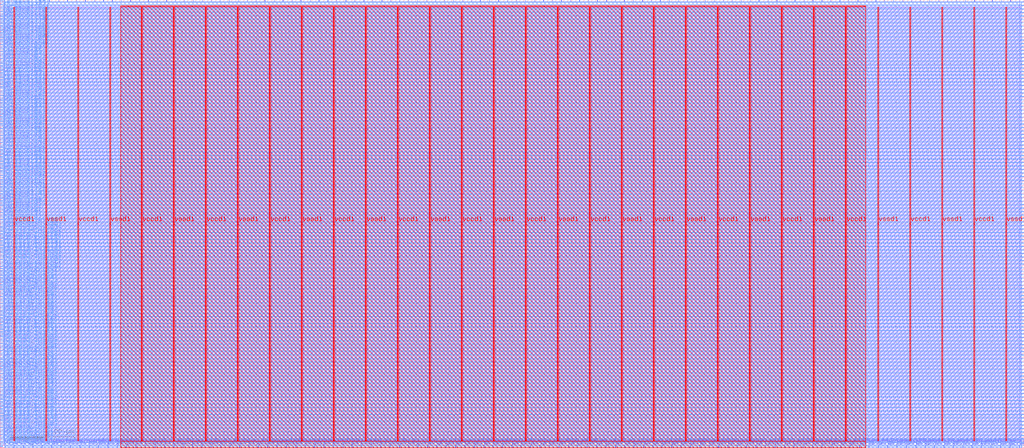
<source format=lef>
VERSION 5.7 ;
  NOWIREEXTENSIONATPIN ON ;
  DIVIDERCHAR "/" ;
  BUSBITCHARS "[]" ;
MACRO pwm_top
  CLASS BLOCK ;
  FOREIGN pwm_top ;
  ORIGIN 0.000 0.000 ;
  SIZE 1600.000 BY 700.000 ;
  PIN io_in[0]
    DIRECTION INPUT ;
    USE SIGNAL ;
    PORT
      LAYER met2 ;
        RECT 6.990 696.000 7.270 700.000 ;
    END
  END io_in[0]
  PIN io_in[10]
    DIRECTION INPUT ;
    USE SIGNAL ;
    PORT
      LAYER met2 ;
        RECT 427.890 696.000 428.170 700.000 ;
    END
  END io_in[10]
  PIN io_in[11]
    DIRECTION INPUT ;
    USE SIGNAL ;
    PORT
      LAYER met2 ;
        RECT 469.750 696.000 470.030 700.000 ;
    END
  END io_in[11]
  PIN io_in[12]
    DIRECTION INPUT ;
    USE SIGNAL ;
    PORT
      LAYER met2 ;
        RECT 512.070 696.000 512.350 700.000 ;
    END
  END io_in[12]
  PIN io_in[13]
    DIRECTION INPUT ;
    USE SIGNAL ;
    PORT
      LAYER met2 ;
        RECT 553.930 696.000 554.210 700.000 ;
    END
  END io_in[13]
  PIN io_in[14]
    DIRECTION INPUT ;
    USE SIGNAL ;
    PORT
      LAYER met2 ;
        RECT 596.250 696.000 596.530 700.000 ;
    END
  END io_in[14]
  PIN io_in[15]
    DIRECTION INPUT ;
    USE SIGNAL ;
    PORT
      LAYER met2 ;
        RECT 638.110 696.000 638.390 700.000 ;
    END
  END io_in[15]
  PIN io_in[16]
    DIRECTION INPUT ;
    USE SIGNAL ;
    PORT
      LAYER met2 ;
        RECT 680.430 696.000 680.710 700.000 ;
    END
  END io_in[16]
  PIN io_in[17]
    DIRECTION INPUT ;
    USE SIGNAL ;
    PORT
      LAYER met2 ;
        RECT 722.290 696.000 722.570 700.000 ;
    END
  END io_in[17]
  PIN io_in[18]
    DIRECTION INPUT ;
    USE SIGNAL ;
    PORT
      LAYER met2 ;
        RECT 764.610 696.000 764.890 700.000 ;
    END
  END io_in[18]
  PIN io_in[19]
    DIRECTION INPUT ;
    USE SIGNAL ;
    PORT
      LAYER met2 ;
        RECT 806.930 696.000 807.210 700.000 ;
    END
  END io_in[19]
  PIN io_in[1]
    DIRECTION INPUT ;
    USE SIGNAL ;
    PORT
      LAYER met2 ;
        RECT 48.850 696.000 49.130 700.000 ;
    END
  END io_in[1]
  PIN io_in[20]
    DIRECTION INPUT ;
    USE SIGNAL ;
    PORT
      LAYER met2 ;
        RECT 848.790 696.000 849.070 700.000 ;
    END
  END io_in[20]
  PIN io_in[21]
    DIRECTION INPUT ;
    USE SIGNAL ;
    PORT
      LAYER met2 ;
        RECT 891.110 696.000 891.390 700.000 ;
    END
  END io_in[21]
  PIN io_in[22]
    DIRECTION INPUT ;
    USE SIGNAL ;
    PORT
      LAYER met2 ;
        RECT 932.970 696.000 933.250 700.000 ;
    END
  END io_in[22]
  PIN io_in[23]
    DIRECTION INPUT ;
    USE SIGNAL ;
    PORT
      LAYER met2 ;
        RECT 975.290 696.000 975.570 700.000 ;
    END
  END io_in[23]
  PIN io_in[24]
    DIRECTION INPUT ;
    USE SIGNAL ;
    PORT
      LAYER met2 ;
        RECT 1017.150 696.000 1017.430 700.000 ;
    END
  END io_in[24]
  PIN io_in[25]
    DIRECTION INPUT ;
    USE SIGNAL ;
    PORT
      LAYER met2 ;
        RECT 1059.470 696.000 1059.750 700.000 ;
    END
  END io_in[25]
  PIN io_in[26]
    DIRECTION INPUT ;
    USE SIGNAL ;
    PORT
      LAYER met2 ;
        RECT 1101.330 696.000 1101.610 700.000 ;
    END
  END io_in[26]
  PIN io_in[27]
    DIRECTION INPUT ;
    USE SIGNAL ;
    PORT
      LAYER met2 ;
        RECT 1143.650 696.000 1143.930 700.000 ;
    END
  END io_in[27]
  PIN io_in[28]
    DIRECTION INPUT ;
    USE SIGNAL ;
    PORT
      LAYER met2 ;
        RECT 1185.510 696.000 1185.790 700.000 ;
    END
  END io_in[28]
  PIN io_in[29]
    DIRECTION INPUT ;
    USE SIGNAL ;
    PORT
      LAYER met2 ;
        RECT 1227.830 696.000 1228.110 700.000 ;
    END
  END io_in[29]
  PIN io_in[2]
    DIRECTION INPUT ;
    USE SIGNAL ;
    PORT
      LAYER met2 ;
        RECT 91.170 696.000 91.450 700.000 ;
    END
  END io_in[2]
  PIN io_in[30]
    DIRECTION INPUT ;
    USE SIGNAL ;
    PORT
      LAYER met2 ;
        RECT 1269.690 696.000 1269.970 700.000 ;
    END
  END io_in[30]
  PIN io_in[31]
    DIRECTION INPUT ;
    USE SIGNAL ;
    PORT
      LAYER met2 ;
        RECT 1312.010 696.000 1312.290 700.000 ;
    END
  END io_in[31]
  PIN io_in[32]
    DIRECTION INPUT ;
    USE SIGNAL ;
    PORT
      LAYER met2 ;
        RECT 1353.870 696.000 1354.150 700.000 ;
    END
  END io_in[32]
  PIN io_in[33]
    DIRECTION INPUT ;
    USE SIGNAL ;
    PORT
      LAYER met2 ;
        RECT 1396.190 696.000 1396.470 700.000 ;
    END
  END io_in[33]
  PIN io_in[34]
    DIRECTION INPUT ;
    USE SIGNAL ;
    PORT
      LAYER met2 ;
        RECT 1438.050 696.000 1438.330 700.000 ;
    END
  END io_in[34]
  PIN io_in[35]
    DIRECTION INPUT ;
    USE SIGNAL ;
    PORT
      LAYER met2 ;
        RECT 1480.370 696.000 1480.650 700.000 ;
    END
  END io_in[35]
  PIN io_in[36]
    DIRECTION INPUT ;
    USE SIGNAL ;
    PORT
      LAYER met2 ;
        RECT 1522.230 696.000 1522.510 700.000 ;
    END
  END io_in[36]
  PIN io_in[37]
    DIRECTION INPUT ;
    USE SIGNAL ;
    PORT
      LAYER met2 ;
        RECT 1564.550 696.000 1564.830 700.000 ;
    END
  END io_in[37]
  PIN io_in[3]
    DIRECTION INPUT ;
    USE SIGNAL ;
    PORT
      LAYER met2 ;
        RECT 133.030 696.000 133.310 700.000 ;
    END
  END io_in[3]
  PIN io_in[4]
    DIRECTION INPUT ;
    USE SIGNAL ;
    PORT
      LAYER met2 ;
        RECT 175.350 696.000 175.630 700.000 ;
    END
  END io_in[4]
  PIN io_in[5]
    DIRECTION INPUT ;
    USE SIGNAL ;
    PORT
      LAYER met2 ;
        RECT 217.210 696.000 217.490 700.000 ;
    END
  END io_in[5]
  PIN io_in[6]
    DIRECTION INPUT ;
    USE SIGNAL ;
    PORT
      LAYER met2 ;
        RECT 259.530 696.000 259.810 700.000 ;
    END
  END io_in[6]
  PIN io_in[7]
    DIRECTION INPUT ;
    USE SIGNAL ;
    PORT
      LAYER met2 ;
        RECT 301.390 696.000 301.670 700.000 ;
    END
  END io_in[7]
  PIN io_in[8]
    DIRECTION INPUT ;
    USE SIGNAL ;
    PORT
      LAYER met2 ;
        RECT 343.710 696.000 343.990 700.000 ;
    END
  END io_in[8]
  PIN io_in[9]
    DIRECTION INPUT ;
    USE SIGNAL ;
    PORT
      LAYER met2 ;
        RECT 385.570 696.000 385.850 700.000 ;
    END
  END io_in[9]
  PIN io_oeb[0]
    DIRECTION OUTPUT TRISTATE ;
    USE SIGNAL ;
    PORT
      LAYER met2 ;
        RECT 20.790 696.000 21.070 700.000 ;
    END
  END io_oeb[0]
  PIN io_oeb[10]
    DIRECTION OUTPUT TRISTATE ;
    USE SIGNAL ;
    PORT
      LAYER met2 ;
        RECT 441.690 696.000 441.970 700.000 ;
    END
  END io_oeb[10]
  PIN io_oeb[11]
    DIRECTION OUTPUT TRISTATE ;
    USE SIGNAL ;
    PORT
      LAYER met2 ;
        RECT 484.010 696.000 484.290 700.000 ;
    END
  END io_oeb[11]
  PIN io_oeb[12]
    DIRECTION OUTPUT TRISTATE ;
    USE SIGNAL ;
    PORT
      LAYER met2 ;
        RECT 525.870 696.000 526.150 700.000 ;
    END
  END io_oeb[12]
  PIN io_oeb[13]
    DIRECTION OUTPUT TRISTATE ;
    USE SIGNAL ;
    PORT
      LAYER met2 ;
        RECT 568.190 696.000 568.470 700.000 ;
    END
  END io_oeb[13]
  PIN io_oeb[14]
    DIRECTION OUTPUT TRISTATE ;
    USE SIGNAL ;
    PORT
      LAYER met2 ;
        RECT 610.050 696.000 610.330 700.000 ;
    END
  END io_oeb[14]
  PIN io_oeb[15]
    DIRECTION OUTPUT TRISTATE ;
    USE SIGNAL ;
    PORT
      LAYER met2 ;
        RECT 652.370 696.000 652.650 700.000 ;
    END
  END io_oeb[15]
  PIN io_oeb[16]
    DIRECTION OUTPUT TRISTATE ;
    USE SIGNAL ;
    PORT
      LAYER met2 ;
        RECT 694.230 696.000 694.510 700.000 ;
    END
  END io_oeb[16]
  PIN io_oeb[17]
    DIRECTION OUTPUT TRISTATE ;
    USE SIGNAL ;
    PORT
      LAYER met2 ;
        RECT 736.550 696.000 736.830 700.000 ;
    END
  END io_oeb[17]
  PIN io_oeb[18]
    DIRECTION OUTPUT TRISTATE ;
    USE SIGNAL ;
    PORT
      LAYER met2 ;
        RECT 778.410 696.000 778.690 700.000 ;
    END
  END io_oeb[18]
  PIN io_oeb[19]
    DIRECTION OUTPUT TRISTATE ;
    USE SIGNAL ;
    PORT
      LAYER met2 ;
        RECT 820.730 696.000 821.010 700.000 ;
    END
  END io_oeb[19]
  PIN io_oeb[1]
    DIRECTION OUTPUT TRISTATE ;
    USE SIGNAL ;
    PORT
      LAYER met2 ;
        RECT 63.110 696.000 63.390 700.000 ;
    END
  END io_oeb[1]
  PIN io_oeb[20]
    DIRECTION OUTPUT TRISTATE ;
    USE SIGNAL ;
    PORT
      LAYER met2 ;
        RECT 863.050 696.000 863.330 700.000 ;
    END
  END io_oeb[20]
  PIN io_oeb[21]
    DIRECTION OUTPUT TRISTATE ;
    USE SIGNAL ;
    PORT
      LAYER met2 ;
        RECT 904.910 696.000 905.190 700.000 ;
    END
  END io_oeb[21]
  PIN io_oeb[22]
    DIRECTION OUTPUT TRISTATE ;
    USE SIGNAL ;
    PORT
      LAYER met2 ;
        RECT 947.230 696.000 947.510 700.000 ;
    END
  END io_oeb[22]
  PIN io_oeb[23]
    DIRECTION OUTPUT TRISTATE ;
    USE SIGNAL ;
    PORT
      LAYER met2 ;
        RECT 989.090 696.000 989.370 700.000 ;
    END
  END io_oeb[23]
  PIN io_oeb[24]
    DIRECTION OUTPUT TRISTATE ;
    USE SIGNAL ;
    PORT
      LAYER met2 ;
        RECT 1031.410 696.000 1031.690 700.000 ;
    END
  END io_oeb[24]
  PIN io_oeb[25]
    DIRECTION OUTPUT TRISTATE ;
    USE SIGNAL ;
    PORT
      LAYER met2 ;
        RECT 1073.270 696.000 1073.550 700.000 ;
    END
  END io_oeb[25]
  PIN io_oeb[26]
    DIRECTION OUTPUT TRISTATE ;
    USE SIGNAL ;
    PORT
      LAYER met2 ;
        RECT 1115.590 696.000 1115.870 700.000 ;
    END
  END io_oeb[26]
  PIN io_oeb[27]
    DIRECTION OUTPUT TRISTATE ;
    USE SIGNAL ;
    PORT
      LAYER met2 ;
        RECT 1157.450 696.000 1157.730 700.000 ;
    END
  END io_oeb[27]
  PIN io_oeb[28]
    DIRECTION OUTPUT TRISTATE ;
    USE SIGNAL ;
    PORT
      LAYER met2 ;
        RECT 1199.770 696.000 1200.050 700.000 ;
    END
  END io_oeb[28]
  PIN io_oeb[29]
    DIRECTION OUTPUT TRISTATE ;
    USE SIGNAL ;
    PORT
      LAYER met2 ;
        RECT 1241.630 696.000 1241.910 700.000 ;
    END
  END io_oeb[29]
  PIN io_oeb[2]
    DIRECTION OUTPUT TRISTATE ;
    USE SIGNAL ;
    PORT
      LAYER met2 ;
        RECT 104.970 696.000 105.250 700.000 ;
    END
  END io_oeb[2]
  PIN io_oeb[30]
    DIRECTION OUTPUT TRISTATE ;
    USE SIGNAL ;
    PORT
      LAYER met2 ;
        RECT 1283.950 696.000 1284.230 700.000 ;
    END
  END io_oeb[30]
  PIN io_oeb[31]
    DIRECTION OUTPUT TRISTATE ;
    USE SIGNAL ;
    PORT
      LAYER met2 ;
        RECT 1325.810 696.000 1326.090 700.000 ;
    END
  END io_oeb[31]
  PIN io_oeb[32]
    DIRECTION OUTPUT TRISTATE ;
    USE SIGNAL ;
    PORT
      LAYER met2 ;
        RECT 1368.130 696.000 1368.410 700.000 ;
    END
  END io_oeb[32]
  PIN io_oeb[33]
    DIRECTION OUTPUT TRISTATE ;
    USE SIGNAL ;
    PORT
      LAYER met2 ;
        RECT 1409.990 696.000 1410.270 700.000 ;
    END
  END io_oeb[33]
  PIN io_oeb[34]
    DIRECTION OUTPUT TRISTATE ;
    USE SIGNAL ;
    PORT
      LAYER met2 ;
        RECT 1452.310 696.000 1452.590 700.000 ;
    END
  END io_oeb[34]
  PIN io_oeb[35]
    DIRECTION OUTPUT TRISTATE ;
    USE SIGNAL ;
    PORT
      LAYER met2 ;
        RECT 1494.170 696.000 1494.450 700.000 ;
    END
  END io_oeb[35]
  PIN io_oeb[36]
    DIRECTION OUTPUT TRISTATE ;
    USE SIGNAL ;
    PORT
      LAYER met2 ;
        RECT 1536.490 696.000 1536.770 700.000 ;
    END
  END io_oeb[36]
  PIN io_oeb[37]
    DIRECTION OUTPUT TRISTATE ;
    USE SIGNAL ;
    PORT
      LAYER met2 ;
        RECT 1578.350 696.000 1578.630 700.000 ;
    END
  END io_oeb[37]
  PIN io_oeb[3]
    DIRECTION OUTPUT TRISTATE ;
    USE SIGNAL ;
    PORT
      LAYER met2 ;
        RECT 147.290 696.000 147.570 700.000 ;
    END
  END io_oeb[3]
  PIN io_oeb[4]
    DIRECTION OUTPUT TRISTATE ;
    USE SIGNAL ;
    PORT
      LAYER met2 ;
        RECT 189.150 696.000 189.430 700.000 ;
    END
  END io_oeb[4]
  PIN io_oeb[5]
    DIRECTION OUTPUT TRISTATE ;
    USE SIGNAL ;
    PORT
      LAYER met2 ;
        RECT 231.470 696.000 231.750 700.000 ;
    END
  END io_oeb[5]
  PIN io_oeb[6]
    DIRECTION OUTPUT TRISTATE ;
    USE SIGNAL ;
    PORT
      LAYER met2 ;
        RECT 273.330 696.000 273.610 700.000 ;
    END
  END io_oeb[6]
  PIN io_oeb[7]
    DIRECTION OUTPUT TRISTATE ;
    USE SIGNAL ;
    PORT
      LAYER met2 ;
        RECT 315.650 696.000 315.930 700.000 ;
    END
  END io_oeb[7]
  PIN io_oeb[8]
    DIRECTION OUTPUT TRISTATE ;
    USE SIGNAL ;
    PORT
      LAYER met2 ;
        RECT 357.510 696.000 357.790 700.000 ;
    END
  END io_oeb[8]
  PIN io_oeb[9]
    DIRECTION OUTPUT TRISTATE ;
    USE SIGNAL ;
    PORT
      LAYER met2 ;
        RECT 399.830 696.000 400.110 700.000 ;
    END
  END io_oeb[9]
  PIN io_out[0]
    DIRECTION OUTPUT TRISTATE ;
    USE SIGNAL ;
    PORT
      LAYER met2 ;
        RECT 35.050 696.000 35.330 700.000 ;
    END
  END io_out[0]
  PIN io_out[10]
    DIRECTION OUTPUT TRISTATE ;
    USE SIGNAL ;
    PORT
      LAYER met2 ;
        RECT 455.950 696.000 456.230 700.000 ;
    END
  END io_out[10]
  PIN io_out[11]
    DIRECTION OUTPUT TRISTATE ;
    USE SIGNAL ;
    PORT
      LAYER met2 ;
        RECT 497.810 696.000 498.090 700.000 ;
    END
  END io_out[11]
  PIN io_out[12]
    DIRECTION OUTPUT TRISTATE ;
    USE SIGNAL ;
    PORT
      LAYER met2 ;
        RECT 540.130 696.000 540.410 700.000 ;
    END
  END io_out[12]
  PIN io_out[13]
    DIRECTION OUTPUT TRISTATE ;
    USE SIGNAL ;
    PORT
      LAYER met2 ;
        RECT 581.990 696.000 582.270 700.000 ;
    END
  END io_out[13]
  PIN io_out[14]
    DIRECTION OUTPUT TRISTATE ;
    USE SIGNAL ;
    PORT
      LAYER met2 ;
        RECT 624.310 696.000 624.590 700.000 ;
    END
  END io_out[14]
  PIN io_out[15]
    DIRECTION OUTPUT TRISTATE ;
    USE SIGNAL ;
    PORT
      LAYER met2 ;
        RECT 666.170 696.000 666.450 700.000 ;
    END
  END io_out[15]
  PIN io_out[16]
    DIRECTION OUTPUT TRISTATE ;
    USE SIGNAL ;
    PORT
      LAYER met2 ;
        RECT 708.490 696.000 708.770 700.000 ;
    END
  END io_out[16]
  PIN io_out[17]
    DIRECTION OUTPUT TRISTATE ;
    USE SIGNAL ;
    PORT
      LAYER met2 ;
        RECT 750.350 696.000 750.630 700.000 ;
    END
  END io_out[17]
  PIN io_out[18]
    DIRECTION OUTPUT TRISTATE ;
    USE SIGNAL ;
    PORT
      LAYER met2 ;
        RECT 792.670 696.000 792.950 700.000 ;
    END
  END io_out[18]
  PIN io_out[19]
    DIRECTION OUTPUT TRISTATE ;
    USE SIGNAL ;
    PORT
      LAYER met2 ;
        RECT 834.990 696.000 835.270 700.000 ;
    END
  END io_out[19]
  PIN io_out[1]
    DIRECTION OUTPUT TRISTATE ;
    USE SIGNAL ;
    PORT
      LAYER met2 ;
        RECT 76.910 696.000 77.190 700.000 ;
    END
  END io_out[1]
  PIN io_out[20]
    DIRECTION OUTPUT TRISTATE ;
    USE SIGNAL ;
    PORT
      LAYER met2 ;
        RECT 876.850 696.000 877.130 700.000 ;
    END
  END io_out[20]
  PIN io_out[21]
    DIRECTION OUTPUT TRISTATE ;
    USE SIGNAL ;
    PORT
      LAYER met2 ;
        RECT 919.170 696.000 919.450 700.000 ;
    END
  END io_out[21]
  PIN io_out[22]
    DIRECTION OUTPUT TRISTATE ;
    USE SIGNAL ;
    PORT
      LAYER met2 ;
        RECT 961.030 696.000 961.310 700.000 ;
    END
  END io_out[22]
  PIN io_out[23]
    DIRECTION OUTPUT TRISTATE ;
    USE SIGNAL ;
    PORT
      LAYER met2 ;
        RECT 1003.350 696.000 1003.630 700.000 ;
    END
  END io_out[23]
  PIN io_out[24]
    DIRECTION OUTPUT TRISTATE ;
    USE SIGNAL ;
    PORT
      LAYER met2 ;
        RECT 1045.210 696.000 1045.490 700.000 ;
    END
  END io_out[24]
  PIN io_out[25]
    DIRECTION OUTPUT TRISTATE ;
    USE SIGNAL ;
    PORT
      LAYER met2 ;
        RECT 1087.530 696.000 1087.810 700.000 ;
    END
  END io_out[25]
  PIN io_out[26]
    DIRECTION OUTPUT TRISTATE ;
    USE SIGNAL ;
    PORT
      LAYER met2 ;
        RECT 1129.390 696.000 1129.670 700.000 ;
    END
  END io_out[26]
  PIN io_out[27]
    DIRECTION OUTPUT TRISTATE ;
    USE SIGNAL ;
    PORT
      LAYER met2 ;
        RECT 1171.710 696.000 1171.990 700.000 ;
    END
  END io_out[27]
  PIN io_out[28]
    DIRECTION OUTPUT TRISTATE ;
    USE SIGNAL ;
    PORT
      LAYER met2 ;
        RECT 1213.570 696.000 1213.850 700.000 ;
    END
  END io_out[28]
  PIN io_out[29]
    DIRECTION OUTPUT TRISTATE ;
    USE SIGNAL ;
    PORT
      LAYER met2 ;
        RECT 1255.890 696.000 1256.170 700.000 ;
    END
  END io_out[29]
  PIN io_out[2]
    DIRECTION OUTPUT TRISTATE ;
    USE SIGNAL ;
    PORT
      LAYER met2 ;
        RECT 119.230 696.000 119.510 700.000 ;
    END
  END io_out[2]
  PIN io_out[30]
    DIRECTION OUTPUT TRISTATE ;
    USE SIGNAL ;
    PORT
      LAYER met2 ;
        RECT 1297.750 696.000 1298.030 700.000 ;
    END
  END io_out[30]
  PIN io_out[31]
    DIRECTION OUTPUT TRISTATE ;
    USE SIGNAL ;
    PORT
      LAYER met2 ;
        RECT 1340.070 696.000 1340.350 700.000 ;
    END
  END io_out[31]
  PIN io_out[32]
    DIRECTION OUTPUT TRISTATE ;
    USE SIGNAL ;
    PORT
      LAYER met2 ;
        RECT 1381.930 696.000 1382.210 700.000 ;
    END
  END io_out[32]
  PIN io_out[33]
    DIRECTION OUTPUT TRISTATE ;
    USE SIGNAL ;
    PORT
      LAYER met2 ;
        RECT 1424.250 696.000 1424.530 700.000 ;
    END
  END io_out[33]
  PIN io_out[34]
    DIRECTION OUTPUT TRISTATE ;
    USE SIGNAL ;
    PORT
      LAYER met2 ;
        RECT 1466.110 696.000 1466.390 700.000 ;
    END
  END io_out[34]
  PIN io_out[35]
    DIRECTION OUTPUT TRISTATE ;
    USE SIGNAL ;
    PORT
      LAYER met2 ;
        RECT 1508.430 696.000 1508.710 700.000 ;
    END
  END io_out[35]
  PIN io_out[36]
    DIRECTION OUTPUT TRISTATE ;
    USE SIGNAL ;
    PORT
      LAYER met2 ;
        RECT 1550.290 696.000 1550.570 700.000 ;
    END
  END io_out[36]
  PIN io_out[37]
    DIRECTION OUTPUT TRISTATE ;
    USE SIGNAL ;
    PORT
      LAYER met2 ;
        RECT 1592.610 696.000 1592.890 700.000 ;
    END
  END io_out[37]
  PIN io_out[3]
    DIRECTION OUTPUT TRISTATE ;
    USE SIGNAL ;
    PORT
      LAYER met2 ;
        RECT 161.090 696.000 161.370 700.000 ;
    END
  END io_out[3]
  PIN io_out[4]
    DIRECTION OUTPUT TRISTATE ;
    USE SIGNAL ;
    PORT
      LAYER met2 ;
        RECT 203.410 696.000 203.690 700.000 ;
    END
  END io_out[4]
  PIN io_out[5]
    DIRECTION OUTPUT TRISTATE ;
    USE SIGNAL ;
    PORT
      LAYER met2 ;
        RECT 245.270 696.000 245.550 700.000 ;
    END
  END io_out[5]
  PIN io_out[6]
    DIRECTION OUTPUT TRISTATE ;
    USE SIGNAL ;
    PORT
      LAYER met2 ;
        RECT 287.590 696.000 287.870 700.000 ;
    END
  END io_out[6]
  PIN io_out[7]
    DIRECTION OUTPUT TRISTATE ;
    USE SIGNAL ;
    PORT
      LAYER met2 ;
        RECT 329.450 696.000 329.730 700.000 ;
    END
  END io_out[7]
  PIN io_out[8]
    DIRECTION OUTPUT TRISTATE ;
    USE SIGNAL ;
    PORT
      LAYER met2 ;
        RECT 371.770 696.000 372.050 700.000 ;
    END
  END io_out[8]
  PIN io_out[9]
    DIRECTION OUTPUT TRISTATE ;
    USE SIGNAL ;
    PORT
      LAYER met2 ;
        RECT 413.630 696.000 413.910 700.000 ;
    END
  END io_out[9]
  PIN irq[0]
    DIRECTION OUTPUT TRISTATE ;
    USE SIGNAL ;
    PORT
      LAYER met2 ;
        RECT 1562.710 0.000 1562.990 4.000 ;
    END
  END irq[0]
  PIN irq[1]
    DIRECTION OUTPUT TRISTATE ;
    USE SIGNAL ;
    PORT
      LAYER met2 ;
        RECT 1577.430 0.000 1577.710 4.000 ;
    END
  END irq[1]
  PIN irq[2]
    DIRECTION OUTPUT TRISTATE ;
    USE SIGNAL ;
    PORT
      LAYER met2 ;
        RECT 1592.150 0.000 1592.430 4.000 ;
    END
  END irq[2]
  PIN la_data_in[0]
    DIRECTION INPUT ;
    USE SIGNAL ;
    PORT
      LAYER met3 ;
        RECT 0.000 1.400 4.000 2.000 ;
    END
  END la_data_in[0]
  PIN la_data_in[100]
    DIRECTION INPUT ;
    USE SIGNAL ;
    PORT
      LAYER met3 ;
        RECT 0.000 274.080 4.000 274.680 ;
    END
  END la_data_in[100]
  PIN la_data_in[101]
    DIRECTION INPUT ;
    USE SIGNAL ;
    PORT
      LAYER met3 ;
        RECT 0.000 276.800 4.000 277.400 ;
    END
  END la_data_in[101]
  PIN la_data_in[102]
    DIRECTION INPUT ;
    USE SIGNAL ;
    PORT
      LAYER met3 ;
        RECT 0.000 279.520 4.000 280.120 ;
    END
  END la_data_in[102]
  PIN la_data_in[103]
    DIRECTION INPUT ;
    USE SIGNAL ;
    PORT
      LAYER met3 ;
        RECT 0.000 282.920 4.000 283.520 ;
    END
  END la_data_in[103]
  PIN la_data_in[104]
    DIRECTION INPUT ;
    USE SIGNAL ;
    PORT
      LAYER met3 ;
        RECT 0.000 285.640 4.000 286.240 ;
    END
  END la_data_in[104]
  PIN la_data_in[105]
    DIRECTION INPUT ;
    USE SIGNAL ;
    PORT
      LAYER met3 ;
        RECT 0.000 288.360 4.000 288.960 ;
    END
  END la_data_in[105]
  PIN la_data_in[106]
    DIRECTION INPUT ;
    USE SIGNAL ;
    PORT
      LAYER met3 ;
        RECT 0.000 291.080 4.000 291.680 ;
    END
  END la_data_in[106]
  PIN la_data_in[107]
    DIRECTION INPUT ;
    USE SIGNAL ;
    PORT
      LAYER met3 ;
        RECT 0.000 293.800 4.000 294.400 ;
    END
  END la_data_in[107]
  PIN la_data_in[108]
    DIRECTION INPUT ;
    USE SIGNAL ;
    PORT
      LAYER met3 ;
        RECT 0.000 296.520 4.000 297.120 ;
    END
  END la_data_in[108]
  PIN la_data_in[109]
    DIRECTION INPUT ;
    USE SIGNAL ;
    PORT
      LAYER met3 ;
        RECT 0.000 299.240 4.000 299.840 ;
    END
  END la_data_in[109]
  PIN la_data_in[10]
    DIRECTION INPUT ;
    USE SIGNAL ;
    PORT
      LAYER met3 ;
        RECT 0.000 28.600 4.000 29.200 ;
    END
  END la_data_in[10]
  PIN la_data_in[110]
    DIRECTION INPUT ;
    USE SIGNAL ;
    PORT
      LAYER met3 ;
        RECT 0.000 301.960 4.000 302.560 ;
    END
  END la_data_in[110]
  PIN la_data_in[111]
    DIRECTION INPUT ;
    USE SIGNAL ;
    PORT
      LAYER met3 ;
        RECT 0.000 304.680 4.000 305.280 ;
    END
  END la_data_in[111]
  PIN la_data_in[112]
    DIRECTION INPUT ;
    USE SIGNAL ;
    PORT
      LAYER met3 ;
        RECT 0.000 307.400 4.000 308.000 ;
    END
  END la_data_in[112]
  PIN la_data_in[113]
    DIRECTION INPUT ;
    USE SIGNAL ;
    PORT
      LAYER met3 ;
        RECT 0.000 310.120 4.000 310.720 ;
    END
  END la_data_in[113]
  PIN la_data_in[114]
    DIRECTION INPUT ;
    USE SIGNAL ;
    PORT
      LAYER met3 ;
        RECT 0.000 312.840 4.000 313.440 ;
    END
  END la_data_in[114]
  PIN la_data_in[115]
    DIRECTION INPUT ;
    USE SIGNAL ;
    PORT
      LAYER met3 ;
        RECT 0.000 315.560 4.000 316.160 ;
    END
  END la_data_in[115]
  PIN la_data_in[116]
    DIRECTION INPUT ;
    USE SIGNAL ;
    PORT
      LAYER met3 ;
        RECT 0.000 318.280 4.000 318.880 ;
    END
  END la_data_in[116]
  PIN la_data_in[117]
    DIRECTION INPUT ;
    USE SIGNAL ;
    PORT
      LAYER met3 ;
        RECT 0.000 321.000 4.000 321.600 ;
    END
  END la_data_in[117]
  PIN la_data_in[118]
    DIRECTION INPUT ;
    USE SIGNAL ;
    PORT
      LAYER met3 ;
        RECT 0.000 323.720 4.000 324.320 ;
    END
  END la_data_in[118]
  PIN la_data_in[119]
    DIRECTION INPUT ;
    USE SIGNAL ;
    PORT
      LAYER met3 ;
        RECT 0.000 326.440 4.000 327.040 ;
    END
  END la_data_in[119]
  PIN la_data_in[11]
    DIRECTION INPUT ;
    USE SIGNAL ;
    PORT
      LAYER met3 ;
        RECT 0.000 31.320 4.000 31.920 ;
    END
  END la_data_in[11]
  PIN la_data_in[120]
    DIRECTION INPUT ;
    USE SIGNAL ;
    PORT
      LAYER met3 ;
        RECT 0.000 329.160 4.000 329.760 ;
    END
  END la_data_in[120]
  PIN la_data_in[121]
    DIRECTION INPUT ;
    USE SIGNAL ;
    PORT
      LAYER met3 ;
        RECT 0.000 331.880 4.000 332.480 ;
    END
  END la_data_in[121]
  PIN la_data_in[122]
    DIRECTION INPUT ;
    USE SIGNAL ;
    PORT
      LAYER met3 ;
        RECT 0.000 334.600 4.000 335.200 ;
    END
  END la_data_in[122]
  PIN la_data_in[123]
    DIRECTION INPUT ;
    USE SIGNAL ;
    PORT
      LAYER met3 ;
        RECT 0.000 337.320 4.000 337.920 ;
    END
  END la_data_in[123]
  PIN la_data_in[124]
    DIRECTION INPUT ;
    USE SIGNAL ;
    PORT
      LAYER met3 ;
        RECT 0.000 340.040 4.000 340.640 ;
    END
  END la_data_in[124]
  PIN la_data_in[125]
    DIRECTION INPUT ;
    USE SIGNAL ;
    PORT
      LAYER met3 ;
        RECT 0.000 342.760 4.000 343.360 ;
    END
  END la_data_in[125]
  PIN la_data_in[126]
    DIRECTION INPUT ;
    USE SIGNAL ;
    PORT
      LAYER met3 ;
        RECT 0.000 345.480 4.000 346.080 ;
    END
  END la_data_in[126]
  PIN la_data_in[127]
    DIRECTION INPUT ;
    USE SIGNAL ;
    PORT
      LAYER met3 ;
        RECT 0.000 348.200 4.000 348.800 ;
    END
  END la_data_in[127]
  PIN la_data_in[12]
    DIRECTION INPUT ;
    USE SIGNAL ;
    PORT
      LAYER met3 ;
        RECT 0.000 34.040 4.000 34.640 ;
    END
  END la_data_in[12]
  PIN la_data_in[13]
    DIRECTION INPUT ;
    USE SIGNAL ;
    PORT
      LAYER met3 ;
        RECT 0.000 36.760 4.000 37.360 ;
    END
  END la_data_in[13]
  PIN la_data_in[14]
    DIRECTION INPUT ;
    USE SIGNAL ;
    PORT
      LAYER met3 ;
        RECT 0.000 39.480 4.000 40.080 ;
    END
  END la_data_in[14]
  PIN la_data_in[15]
    DIRECTION INPUT ;
    USE SIGNAL ;
    PORT
      LAYER met3 ;
        RECT 0.000 42.200 4.000 42.800 ;
    END
  END la_data_in[15]
  PIN la_data_in[16]
    DIRECTION INPUT ;
    USE SIGNAL ;
    PORT
      LAYER met3 ;
        RECT 0.000 44.920 4.000 45.520 ;
    END
  END la_data_in[16]
  PIN la_data_in[17]
    DIRECTION INPUT ;
    USE SIGNAL ;
    PORT
      LAYER met3 ;
        RECT 0.000 47.640 4.000 48.240 ;
    END
  END la_data_in[17]
  PIN la_data_in[18]
    DIRECTION INPUT ;
    USE SIGNAL ;
    PORT
      LAYER met3 ;
        RECT 0.000 50.360 4.000 50.960 ;
    END
  END la_data_in[18]
  PIN la_data_in[19]
    DIRECTION INPUT ;
    USE SIGNAL ;
    PORT
      LAYER met3 ;
        RECT 0.000 53.080 4.000 53.680 ;
    END
  END la_data_in[19]
  PIN la_data_in[1]
    DIRECTION INPUT ;
    USE SIGNAL ;
    PORT
      LAYER met3 ;
        RECT 0.000 4.120 4.000 4.720 ;
    END
  END la_data_in[1]
  PIN la_data_in[20]
    DIRECTION INPUT ;
    USE SIGNAL ;
    PORT
      LAYER met3 ;
        RECT 0.000 55.800 4.000 56.400 ;
    END
  END la_data_in[20]
  PIN la_data_in[21]
    DIRECTION INPUT ;
    USE SIGNAL ;
    PORT
      LAYER met3 ;
        RECT 0.000 58.520 4.000 59.120 ;
    END
  END la_data_in[21]
  PIN la_data_in[22]
    DIRECTION INPUT ;
    USE SIGNAL ;
    PORT
      LAYER met3 ;
        RECT 0.000 61.240 4.000 61.840 ;
    END
  END la_data_in[22]
  PIN la_data_in[23]
    DIRECTION INPUT ;
    USE SIGNAL ;
    PORT
      LAYER met3 ;
        RECT 0.000 63.960 4.000 64.560 ;
    END
  END la_data_in[23]
  PIN la_data_in[24]
    DIRECTION INPUT ;
    USE SIGNAL ;
    PORT
      LAYER met3 ;
        RECT 0.000 66.680 4.000 67.280 ;
    END
  END la_data_in[24]
  PIN la_data_in[25]
    DIRECTION INPUT ;
    USE SIGNAL ;
    PORT
      LAYER met3 ;
        RECT 0.000 69.400 4.000 70.000 ;
    END
  END la_data_in[25]
  PIN la_data_in[26]
    DIRECTION INPUT ;
    USE SIGNAL ;
    PORT
      LAYER met3 ;
        RECT 0.000 72.120 4.000 72.720 ;
    END
  END la_data_in[26]
  PIN la_data_in[27]
    DIRECTION INPUT ;
    USE SIGNAL ;
    PORT
      LAYER met3 ;
        RECT 0.000 74.840 4.000 75.440 ;
    END
  END la_data_in[27]
  PIN la_data_in[28]
    DIRECTION INPUT ;
    USE SIGNAL ;
    PORT
      LAYER met3 ;
        RECT 0.000 77.560 4.000 78.160 ;
    END
  END la_data_in[28]
  PIN la_data_in[29]
    DIRECTION INPUT ;
    USE SIGNAL ;
    PORT
      LAYER met3 ;
        RECT 0.000 80.280 4.000 80.880 ;
    END
  END la_data_in[29]
  PIN la_data_in[2]
    DIRECTION INPUT ;
    USE SIGNAL ;
    PORT
      LAYER met3 ;
        RECT 0.000 6.840 4.000 7.440 ;
    END
  END la_data_in[2]
  PIN la_data_in[30]
    DIRECTION INPUT ;
    USE SIGNAL ;
    PORT
      LAYER met3 ;
        RECT 0.000 83.000 4.000 83.600 ;
    END
  END la_data_in[30]
  PIN la_data_in[31]
    DIRECTION INPUT ;
    USE SIGNAL ;
    PORT
      LAYER met3 ;
        RECT 0.000 85.720 4.000 86.320 ;
    END
  END la_data_in[31]
  PIN la_data_in[32]
    DIRECTION INPUT ;
    USE SIGNAL ;
    PORT
      LAYER met3 ;
        RECT 0.000 88.440 4.000 89.040 ;
    END
  END la_data_in[32]
  PIN la_data_in[33]
    DIRECTION INPUT ;
    USE SIGNAL ;
    PORT
      LAYER met3 ;
        RECT 0.000 91.160 4.000 91.760 ;
    END
  END la_data_in[33]
  PIN la_data_in[34]
    DIRECTION INPUT ;
    USE SIGNAL ;
    PORT
      LAYER met3 ;
        RECT 0.000 93.880 4.000 94.480 ;
    END
  END la_data_in[34]
  PIN la_data_in[35]
    DIRECTION INPUT ;
    USE SIGNAL ;
    PORT
      LAYER met3 ;
        RECT 0.000 96.600 4.000 97.200 ;
    END
  END la_data_in[35]
  PIN la_data_in[36]
    DIRECTION INPUT ;
    USE SIGNAL ;
    PORT
      LAYER met3 ;
        RECT 0.000 99.320 4.000 99.920 ;
    END
  END la_data_in[36]
  PIN la_data_in[37]
    DIRECTION INPUT ;
    USE SIGNAL ;
    PORT
      LAYER met3 ;
        RECT 0.000 102.040 4.000 102.640 ;
    END
  END la_data_in[37]
  PIN la_data_in[38]
    DIRECTION INPUT ;
    USE SIGNAL ;
    PORT
      LAYER met3 ;
        RECT 0.000 104.760 4.000 105.360 ;
    END
  END la_data_in[38]
  PIN la_data_in[39]
    DIRECTION INPUT ;
    USE SIGNAL ;
    PORT
      LAYER met3 ;
        RECT 0.000 107.480 4.000 108.080 ;
    END
  END la_data_in[39]
  PIN la_data_in[3]
    DIRECTION INPUT ;
    USE SIGNAL ;
    PORT
      LAYER met3 ;
        RECT 0.000 9.560 4.000 10.160 ;
    END
  END la_data_in[3]
  PIN la_data_in[40]
    DIRECTION INPUT ;
    USE SIGNAL ;
    PORT
      LAYER met3 ;
        RECT 0.000 110.200 4.000 110.800 ;
    END
  END la_data_in[40]
  PIN la_data_in[41]
    DIRECTION INPUT ;
    USE SIGNAL ;
    PORT
      LAYER met3 ;
        RECT 0.000 112.920 4.000 113.520 ;
    END
  END la_data_in[41]
  PIN la_data_in[42]
    DIRECTION INPUT ;
    USE SIGNAL ;
    PORT
      LAYER met3 ;
        RECT 0.000 115.640 4.000 116.240 ;
    END
  END la_data_in[42]
  PIN la_data_in[43]
    DIRECTION INPUT ;
    USE SIGNAL ;
    PORT
      LAYER met3 ;
        RECT 0.000 118.360 4.000 118.960 ;
    END
  END la_data_in[43]
  PIN la_data_in[44]
    DIRECTION INPUT ;
    USE SIGNAL ;
    PORT
      LAYER met3 ;
        RECT 0.000 121.080 4.000 121.680 ;
    END
  END la_data_in[44]
  PIN la_data_in[45]
    DIRECTION INPUT ;
    USE SIGNAL ;
    PORT
      LAYER met3 ;
        RECT 0.000 123.800 4.000 124.400 ;
    END
  END la_data_in[45]
  PIN la_data_in[46]
    DIRECTION INPUT ;
    USE SIGNAL ;
    PORT
      LAYER met3 ;
        RECT 0.000 126.520 4.000 127.120 ;
    END
  END la_data_in[46]
  PIN la_data_in[47]
    DIRECTION INPUT ;
    USE SIGNAL ;
    PORT
      LAYER met3 ;
        RECT 0.000 129.240 4.000 129.840 ;
    END
  END la_data_in[47]
  PIN la_data_in[48]
    DIRECTION INPUT ;
    USE SIGNAL ;
    PORT
      LAYER met3 ;
        RECT 0.000 131.960 4.000 132.560 ;
    END
  END la_data_in[48]
  PIN la_data_in[49]
    DIRECTION INPUT ;
    USE SIGNAL ;
    PORT
      LAYER met3 ;
        RECT 0.000 134.680 4.000 135.280 ;
    END
  END la_data_in[49]
  PIN la_data_in[4]
    DIRECTION INPUT ;
    USE SIGNAL ;
    PORT
      LAYER met3 ;
        RECT 0.000 12.280 4.000 12.880 ;
    END
  END la_data_in[4]
  PIN la_data_in[50]
    DIRECTION INPUT ;
    USE SIGNAL ;
    PORT
      LAYER met3 ;
        RECT 0.000 137.400 4.000 138.000 ;
    END
  END la_data_in[50]
  PIN la_data_in[51]
    DIRECTION INPUT ;
    USE SIGNAL ;
    PORT
      LAYER met3 ;
        RECT 0.000 140.120 4.000 140.720 ;
    END
  END la_data_in[51]
  PIN la_data_in[52]
    DIRECTION INPUT ;
    USE SIGNAL ;
    PORT
      LAYER met3 ;
        RECT 0.000 143.520 4.000 144.120 ;
    END
  END la_data_in[52]
  PIN la_data_in[53]
    DIRECTION INPUT ;
    USE SIGNAL ;
    PORT
      LAYER met3 ;
        RECT 0.000 146.240 4.000 146.840 ;
    END
  END la_data_in[53]
  PIN la_data_in[54]
    DIRECTION INPUT ;
    USE SIGNAL ;
    PORT
      LAYER met3 ;
        RECT 0.000 148.960 4.000 149.560 ;
    END
  END la_data_in[54]
  PIN la_data_in[55]
    DIRECTION INPUT ;
    USE SIGNAL ;
    PORT
      LAYER met3 ;
        RECT 0.000 151.680 4.000 152.280 ;
    END
  END la_data_in[55]
  PIN la_data_in[56]
    DIRECTION INPUT ;
    USE SIGNAL ;
    PORT
      LAYER met3 ;
        RECT 0.000 154.400 4.000 155.000 ;
    END
  END la_data_in[56]
  PIN la_data_in[57]
    DIRECTION INPUT ;
    USE SIGNAL ;
    PORT
      LAYER met3 ;
        RECT 0.000 157.120 4.000 157.720 ;
    END
  END la_data_in[57]
  PIN la_data_in[58]
    DIRECTION INPUT ;
    USE SIGNAL ;
    PORT
      LAYER met3 ;
        RECT 0.000 159.840 4.000 160.440 ;
    END
  END la_data_in[58]
  PIN la_data_in[59]
    DIRECTION INPUT ;
    USE SIGNAL ;
    PORT
      LAYER met3 ;
        RECT 0.000 162.560 4.000 163.160 ;
    END
  END la_data_in[59]
  PIN la_data_in[5]
    DIRECTION INPUT ;
    USE SIGNAL ;
    PORT
      LAYER met3 ;
        RECT 0.000 15.000 4.000 15.600 ;
    END
  END la_data_in[5]
  PIN la_data_in[60]
    DIRECTION INPUT ;
    USE SIGNAL ;
    PORT
      LAYER met3 ;
        RECT 0.000 165.280 4.000 165.880 ;
    END
  END la_data_in[60]
  PIN la_data_in[61]
    DIRECTION INPUT ;
    USE SIGNAL ;
    PORT
      LAYER met3 ;
        RECT 0.000 168.000 4.000 168.600 ;
    END
  END la_data_in[61]
  PIN la_data_in[62]
    DIRECTION INPUT ;
    USE SIGNAL ;
    PORT
      LAYER met3 ;
        RECT 0.000 170.720 4.000 171.320 ;
    END
  END la_data_in[62]
  PIN la_data_in[63]
    DIRECTION INPUT ;
    USE SIGNAL ;
    PORT
      LAYER met3 ;
        RECT 0.000 173.440 4.000 174.040 ;
    END
  END la_data_in[63]
  PIN la_data_in[64]
    DIRECTION INPUT ;
    USE SIGNAL ;
    PORT
      LAYER met3 ;
        RECT 0.000 176.160 4.000 176.760 ;
    END
  END la_data_in[64]
  PIN la_data_in[65]
    DIRECTION INPUT ;
    USE SIGNAL ;
    PORT
      LAYER met3 ;
        RECT 0.000 178.880 4.000 179.480 ;
    END
  END la_data_in[65]
  PIN la_data_in[66]
    DIRECTION INPUT ;
    USE SIGNAL ;
    PORT
      LAYER met3 ;
        RECT 0.000 181.600 4.000 182.200 ;
    END
  END la_data_in[66]
  PIN la_data_in[67]
    DIRECTION INPUT ;
    USE SIGNAL ;
    PORT
      LAYER met3 ;
        RECT 0.000 184.320 4.000 184.920 ;
    END
  END la_data_in[67]
  PIN la_data_in[68]
    DIRECTION INPUT ;
    USE SIGNAL ;
    PORT
      LAYER met3 ;
        RECT 0.000 187.040 4.000 187.640 ;
    END
  END la_data_in[68]
  PIN la_data_in[69]
    DIRECTION INPUT ;
    USE SIGNAL ;
    PORT
      LAYER met3 ;
        RECT 0.000 189.760 4.000 190.360 ;
    END
  END la_data_in[69]
  PIN la_data_in[6]
    DIRECTION INPUT ;
    USE SIGNAL ;
    PORT
      LAYER met3 ;
        RECT 0.000 17.720 4.000 18.320 ;
    END
  END la_data_in[6]
  PIN la_data_in[70]
    DIRECTION INPUT ;
    USE SIGNAL ;
    PORT
      LAYER met3 ;
        RECT 0.000 192.480 4.000 193.080 ;
    END
  END la_data_in[70]
  PIN la_data_in[71]
    DIRECTION INPUT ;
    USE SIGNAL ;
    PORT
      LAYER met3 ;
        RECT 0.000 195.200 4.000 195.800 ;
    END
  END la_data_in[71]
  PIN la_data_in[72]
    DIRECTION INPUT ;
    USE SIGNAL ;
    PORT
      LAYER met3 ;
        RECT 0.000 197.920 4.000 198.520 ;
    END
  END la_data_in[72]
  PIN la_data_in[73]
    DIRECTION INPUT ;
    USE SIGNAL ;
    PORT
      LAYER met3 ;
        RECT 0.000 200.640 4.000 201.240 ;
    END
  END la_data_in[73]
  PIN la_data_in[74]
    DIRECTION INPUT ;
    USE SIGNAL ;
    PORT
      LAYER met3 ;
        RECT 0.000 203.360 4.000 203.960 ;
    END
  END la_data_in[74]
  PIN la_data_in[75]
    DIRECTION INPUT ;
    USE SIGNAL ;
    PORT
      LAYER met3 ;
        RECT 0.000 206.080 4.000 206.680 ;
    END
  END la_data_in[75]
  PIN la_data_in[76]
    DIRECTION INPUT ;
    USE SIGNAL ;
    PORT
      LAYER met3 ;
        RECT 0.000 208.800 4.000 209.400 ;
    END
  END la_data_in[76]
  PIN la_data_in[77]
    DIRECTION INPUT ;
    USE SIGNAL ;
    PORT
      LAYER met3 ;
        RECT 0.000 211.520 4.000 212.120 ;
    END
  END la_data_in[77]
  PIN la_data_in[78]
    DIRECTION INPUT ;
    USE SIGNAL ;
    PORT
      LAYER met3 ;
        RECT 0.000 214.240 4.000 214.840 ;
    END
  END la_data_in[78]
  PIN la_data_in[79]
    DIRECTION INPUT ;
    USE SIGNAL ;
    PORT
      LAYER met3 ;
        RECT 0.000 216.960 4.000 217.560 ;
    END
  END la_data_in[79]
  PIN la_data_in[7]
    DIRECTION INPUT ;
    USE SIGNAL ;
    PORT
      LAYER met3 ;
        RECT 0.000 20.440 4.000 21.040 ;
    END
  END la_data_in[7]
  PIN la_data_in[80]
    DIRECTION INPUT ;
    USE SIGNAL ;
    PORT
      LAYER met3 ;
        RECT 0.000 219.680 4.000 220.280 ;
    END
  END la_data_in[80]
  PIN la_data_in[81]
    DIRECTION INPUT ;
    USE SIGNAL ;
    PORT
      LAYER met3 ;
        RECT 0.000 222.400 4.000 223.000 ;
    END
  END la_data_in[81]
  PIN la_data_in[82]
    DIRECTION INPUT ;
    USE SIGNAL ;
    PORT
      LAYER met3 ;
        RECT 0.000 225.120 4.000 225.720 ;
    END
  END la_data_in[82]
  PIN la_data_in[83]
    DIRECTION INPUT ;
    USE SIGNAL ;
    PORT
      LAYER met3 ;
        RECT 0.000 227.840 4.000 228.440 ;
    END
  END la_data_in[83]
  PIN la_data_in[84]
    DIRECTION INPUT ;
    USE SIGNAL ;
    PORT
      LAYER met3 ;
        RECT 0.000 230.560 4.000 231.160 ;
    END
  END la_data_in[84]
  PIN la_data_in[85]
    DIRECTION INPUT ;
    USE SIGNAL ;
    PORT
      LAYER met3 ;
        RECT 0.000 233.280 4.000 233.880 ;
    END
  END la_data_in[85]
  PIN la_data_in[86]
    DIRECTION INPUT ;
    USE SIGNAL ;
    PORT
      LAYER met3 ;
        RECT 0.000 236.000 4.000 236.600 ;
    END
  END la_data_in[86]
  PIN la_data_in[87]
    DIRECTION INPUT ;
    USE SIGNAL ;
    PORT
      LAYER met3 ;
        RECT 0.000 238.720 4.000 239.320 ;
    END
  END la_data_in[87]
  PIN la_data_in[88]
    DIRECTION INPUT ;
    USE SIGNAL ;
    PORT
      LAYER met3 ;
        RECT 0.000 241.440 4.000 242.040 ;
    END
  END la_data_in[88]
  PIN la_data_in[89]
    DIRECTION INPUT ;
    USE SIGNAL ;
    PORT
      LAYER met3 ;
        RECT 0.000 244.160 4.000 244.760 ;
    END
  END la_data_in[89]
  PIN la_data_in[8]
    DIRECTION INPUT ;
    USE SIGNAL ;
    PORT
      LAYER met3 ;
        RECT 0.000 23.160 4.000 23.760 ;
    END
  END la_data_in[8]
  PIN la_data_in[90]
    DIRECTION INPUT ;
    USE SIGNAL ;
    PORT
      LAYER met3 ;
        RECT 0.000 246.880 4.000 247.480 ;
    END
  END la_data_in[90]
  PIN la_data_in[91]
    DIRECTION INPUT ;
    USE SIGNAL ;
    PORT
      LAYER met3 ;
        RECT 0.000 249.600 4.000 250.200 ;
    END
  END la_data_in[91]
  PIN la_data_in[92]
    DIRECTION INPUT ;
    USE SIGNAL ;
    PORT
      LAYER met3 ;
        RECT 0.000 252.320 4.000 252.920 ;
    END
  END la_data_in[92]
  PIN la_data_in[93]
    DIRECTION INPUT ;
    USE SIGNAL ;
    PORT
      LAYER met3 ;
        RECT 0.000 255.040 4.000 255.640 ;
    END
  END la_data_in[93]
  PIN la_data_in[94]
    DIRECTION INPUT ;
    USE SIGNAL ;
    PORT
      LAYER met3 ;
        RECT 0.000 257.760 4.000 258.360 ;
    END
  END la_data_in[94]
  PIN la_data_in[95]
    DIRECTION INPUT ;
    USE SIGNAL ;
    PORT
      LAYER met3 ;
        RECT 0.000 260.480 4.000 261.080 ;
    END
  END la_data_in[95]
  PIN la_data_in[96]
    DIRECTION INPUT ;
    USE SIGNAL ;
    PORT
      LAYER met3 ;
        RECT 0.000 263.200 4.000 263.800 ;
    END
  END la_data_in[96]
  PIN la_data_in[97]
    DIRECTION INPUT ;
    USE SIGNAL ;
    PORT
      LAYER met3 ;
        RECT 0.000 265.920 4.000 266.520 ;
    END
  END la_data_in[97]
  PIN la_data_in[98]
    DIRECTION INPUT ;
    USE SIGNAL ;
    PORT
      LAYER met3 ;
        RECT 0.000 268.640 4.000 269.240 ;
    END
  END la_data_in[98]
  PIN la_data_in[99]
    DIRECTION INPUT ;
    USE SIGNAL ;
    PORT
      LAYER met3 ;
        RECT 0.000 271.360 4.000 271.960 ;
    END
  END la_data_in[99]
  PIN la_data_in[9]
    DIRECTION INPUT ;
    USE SIGNAL ;
    PORT
      LAYER met3 ;
        RECT 0.000 25.880 4.000 26.480 ;
    END
  END la_data_in[9]
  PIN la_data_out[0]
    DIRECTION OUTPUT TRISTATE ;
    USE SIGNAL ;
    PORT
      LAYER met3 ;
        RECT 1596.000 2.760 1600.000 3.360 ;
    END
  END la_data_out[0]
  PIN la_data_out[100]
    DIRECTION OUTPUT TRISTATE ;
    USE SIGNAL ;
    PORT
      LAYER met3 ;
        RECT 1596.000 548.800 1600.000 549.400 ;
    END
  END la_data_out[100]
  PIN la_data_out[101]
    DIRECTION OUTPUT TRISTATE ;
    USE SIGNAL ;
    PORT
      LAYER met3 ;
        RECT 1596.000 554.240 1600.000 554.840 ;
    END
  END la_data_out[101]
  PIN la_data_out[102]
    DIRECTION OUTPUT TRISTATE ;
    USE SIGNAL ;
    PORT
      LAYER met3 ;
        RECT 1596.000 559.680 1600.000 560.280 ;
    END
  END la_data_out[102]
  PIN la_data_out[103]
    DIRECTION OUTPUT TRISTATE ;
    USE SIGNAL ;
    PORT
      LAYER met3 ;
        RECT 1596.000 565.800 1600.000 566.400 ;
    END
  END la_data_out[103]
  PIN la_data_out[104]
    DIRECTION OUTPUT TRISTATE ;
    USE SIGNAL ;
    PORT
      LAYER met3 ;
        RECT 1596.000 571.240 1600.000 571.840 ;
    END
  END la_data_out[104]
  PIN la_data_out[105]
    DIRECTION OUTPUT TRISTATE ;
    USE SIGNAL ;
    PORT
      LAYER met3 ;
        RECT 1596.000 576.680 1600.000 577.280 ;
    END
  END la_data_out[105]
  PIN la_data_out[106]
    DIRECTION OUTPUT TRISTATE ;
    USE SIGNAL ;
    PORT
      LAYER met3 ;
        RECT 1596.000 582.120 1600.000 582.720 ;
    END
  END la_data_out[106]
  PIN la_data_out[107]
    DIRECTION OUTPUT TRISTATE ;
    USE SIGNAL ;
    PORT
      LAYER met3 ;
        RECT 1596.000 587.560 1600.000 588.160 ;
    END
  END la_data_out[107]
  PIN la_data_out[108]
    DIRECTION OUTPUT TRISTATE ;
    USE SIGNAL ;
    PORT
      LAYER met3 ;
        RECT 1596.000 593.000 1600.000 593.600 ;
    END
  END la_data_out[108]
  PIN la_data_out[109]
    DIRECTION OUTPUT TRISTATE ;
    USE SIGNAL ;
    PORT
      LAYER met3 ;
        RECT 1596.000 598.440 1600.000 599.040 ;
    END
  END la_data_out[109]
  PIN la_data_out[10]
    DIRECTION OUTPUT TRISTATE ;
    USE SIGNAL ;
    PORT
      LAYER met3 ;
        RECT 1596.000 57.160 1600.000 57.760 ;
    END
  END la_data_out[10]
  PIN la_data_out[110]
    DIRECTION OUTPUT TRISTATE ;
    USE SIGNAL ;
    PORT
      LAYER met3 ;
        RECT 1596.000 603.880 1600.000 604.480 ;
    END
  END la_data_out[110]
  PIN la_data_out[111]
    DIRECTION OUTPUT TRISTATE ;
    USE SIGNAL ;
    PORT
      LAYER met3 ;
        RECT 1596.000 609.320 1600.000 609.920 ;
    END
  END la_data_out[111]
  PIN la_data_out[112]
    DIRECTION OUTPUT TRISTATE ;
    USE SIGNAL ;
    PORT
      LAYER met3 ;
        RECT 1596.000 614.760 1600.000 615.360 ;
    END
  END la_data_out[112]
  PIN la_data_out[113]
    DIRECTION OUTPUT TRISTATE ;
    USE SIGNAL ;
    PORT
      LAYER met3 ;
        RECT 1596.000 620.200 1600.000 620.800 ;
    END
  END la_data_out[113]
  PIN la_data_out[114]
    DIRECTION OUTPUT TRISTATE ;
    USE SIGNAL ;
    PORT
      LAYER met3 ;
        RECT 1596.000 625.640 1600.000 626.240 ;
    END
  END la_data_out[114]
  PIN la_data_out[115]
    DIRECTION OUTPUT TRISTATE ;
    USE SIGNAL ;
    PORT
      LAYER met3 ;
        RECT 1596.000 631.080 1600.000 631.680 ;
    END
  END la_data_out[115]
  PIN la_data_out[116]
    DIRECTION OUTPUT TRISTATE ;
    USE SIGNAL ;
    PORT
      LAYER met3 ;
        RECT 1596.000 636.520 1600.000 637.120 ;
    END
  END la_data_out[116]
  PIN la_data_out[117]
    DIRECTION OUTPUT TRISTATE ;
    USE SIGNAL ;
    PORT
      LAYER met3 ;
        RECT 1596.000 641.960 1600.000 642.560 ;
    END
  END la_data_out[117]
  PIN la_data_out[118]
    DIRECTION OUTPUT TRISTATE ;
    USE SIGNAL ;
    PORT
      LAYER met3 ;
        RECT 1596.000 647.400 1600.000 648.000 ;
    END
  END la_data_out[118]
  PIN la_data_out[119]
    DIRECTION OUTPUT TRISTATE ;
    USE SIGNAL ;
    PORT
      LAYER met3 ;
        RECT 1596.000 652.840 1600.000 653.440 ;
    END
  END la_data_out[119]
  PIN la_data_out[11]
    DIRECTION OUTPUT TRISTATE ;
    USE SIGNAL ;
    PORT
      LAYER met3 ;
        RECT 1596.000 62.600 1600.000 63.200 ;
    END
  END la_data_out[11]
  PIN la_data_out[120]
    DIRECTION OUTPUT TRISTATE ;
    USE SIGNAL ;
    PORT
      LAYER met3 ;
        RECT 1596.000 658.280 1600.000 658.880 ;
    END
  END la_data_out[120]
  PIN la_data_out[121]
    DIRECTION OUTPUT TRISTATE ;
    USE SIGNAL ;
    PORT
      LAYER met3 ;
        RECT 1596.000 663.720 1600.000 664.320 ;
    END
  END la_data_out[121]
  PIN la_data_out[122]
    DIRECTION OUTPUT TRISTATE ;
    USE SIGNAL ;
    PORT
      LAYER met3 ;
        RECT 1596.000 669.160 1600.000 669.760 ;
    END
  END la_data_out[122]
  PIN la_data_out[123]
    DIRECTION OUTPUT TRISTATE ;
    USE SIGNAL ;
    PORT
      LAYER met3 ;
        RECT 1596.000 674.600 1600.000 675.200 ;
    END
  END la_data_out[123]
  PIN la_data_out[124]
    DIRECTION OUTPUT TRISTATE ;
    USE SIGNAL ;
    PORT
      LAYER met3 ;
        RECT 1596.000 680.040 1600.000 680.640 ;
    END
  END la_data_out[124]
  PIN la_data_out[125]
    DIRECTION OUTPUT TRISTATE ;
    USE SIGNAL ;
    PORT
      LAYER met3 ;
        RECT 1596.000 685.480 1600.000 686.080 ;
    END
  END la_data_out[125]
  PIN la_data_out[126]
    DIRECTION OUTPUT TRISTATE ;
    USE SIGNAL ;
    PORT
      LAYER met3 ;
        RECT 1596.000 690.920 1600.000 691.520 ;
    END
  END la_data_out[126]
  PIN la_data_out[127]
    DIRECTION OUTPUT TRISTATE ;
    USE SIGNAL ;
    PORT
      LAYER met3 ;
        RECT 1596.000 696.360 1600.000 696.960 ;
    END
  END la_data_out[127]
  PIN la_data_out[12]
    DIRECTION OUTPUT TRISTATE ;
    USE SIGNAL ;
    PORT
      LAYER met3 ;
        RECT 1596.000 68.040 1600.000 68.640 ;
    END
  END la_data_out[12]
  PIN la_data_out[13]
    DIRECTION OUTPUT TRISTATE ;
    USE SIGNAL ;
    PORT
      LAYER met3 ;
        RECT 1596.000 73.480 1600.000 74.080 ;
    END
  END la_data_out[13]
  PIN la_data_out[14]
    DIRECTION OUTPUT TRISTATE ;
    USE SIGNAL ;
    PORT
      LAYER met3 ;
        RECT 1596.000 78.920 1600.000 79.520 ;
    END
  END la_data_out[14]
  PIN la_data_out[15]
    DIRECTION OUTPUT TRISTATE ;
    USE SIGNAL ;
    PORT
      LAYER met3 ;
        RECT 1596.000 84.360 1600.000 84.960 ;
    END
  END la_data_out[15]
  PIN la_data_out[16]
    DIRECTION OUTPUT TRISTATE ;
    USE SIGNAL ;
    PORT
      LAYER met3 ;
        RECT 1596.000 89.800 1600.000 90.400 ;
    END
  END la_data_out[16]
  PIN la_data_out[17]
    DIRECTION OUTPUT TRISTATE ;
    USE SIGNAL ;
    PORT
      LAYER met3 ;
        RECT 1596.000 95.240 1600.000 95.840 ;
    END
  END la_data_out[17]
  PIN la_data_out[18]
    DIRECTION OUTPUT TRISTATE ;
    USE SIGNAL ;
    PORT
      LAYER met3 ;
        RECT 1596.000 100.680 1600.000 101.280 ;
    END
  END la_data_out[18]
  PIN la_data_out[19]
    DIRECTION OUTPUT TRISTATE ;
    USE SIGNAL ;
    PORT
      LAYER met3 ;
        RECT 1596.000 106.120 1600.000 106.720 ;
    END
  END la_data_out[19]
  PIN la_data_out[1]
    DIRECTION OUTPUT TRISTATE ;
    USE SIGNAL ;
    PORT
      LAYER met3 ;
        RECT 1596.000 8.200 1600.000 8.800 ;
    END
  END la_data_out[1]
  PIN la_data_out[20]
    DIRECTION OUTPUT TRISTATE ;
    USE SIGNAL ;
    PORT
      LAYER met3 ;
        RECT 1596.000 111.560 1600.000 112.160 ;
    END
  END la_data_out[20]
  PIN la_data_out[21]
    DIRECTION OUTPUT TRISTATE ;
    USE SIGNAL ;
    PORT
      LAYER met3 ;
        RECT 1596.000 117.000 1600.000 117.600 ;
    END
  END la_data_out[21]
  PIN la_data_out[22]
    DIRECTION OUTPUT TRISTATE ;
    USE SIGNAL ;
    PORT
      LAYER met3 ;
        RECT 1596.000 122.440 1600.000 123.040 ;
    END
  END la_data_out[22]
  PIN la_data_out[23]
    DIRECTION OUTPUT TRISTATE ;
    USE SIGNAL ;
    PORT
      LAYER met3 ;
        RECT 1596.000 127.880 1600.000 128.480 ;
    END
  END la_data_out[23]
  PIN la_data_out[24]
    DIRECTION OUTPUT TRISTATE ;
    USE SIGNAL ;
    PORT
      LAYER met3 ;
        RECT 1596.000 133.320 1600.000 133.920 ;
    END
  END la_data_out[24]
  PIN la_data_out[25]
    DIRECTION OUTPUT TRISTATE ;
    USE SIGNAL ;
    PORT
      LAYER met3 ;
        RECT 1596.000 138.760 1600.000 139.360 ;
    END
  END la_data_out[25]
  PIN la_data_out[26]
    DIRECTION OUTPUT TRISTATE ;
    USE SIGNAL ;
    PORT
      LAYER met3 ;
        RECT 1596.000 144.880 1600.000 145.480 ;
    END
  END la_data_out[26]
  PIN la_data_out[27]
    DIRECTION OUTPUT TRISTATE ;
    USE SIGNAL ;
    PORT
      LAYER met3 ;
        RECT 1596.000 150.320 1600.000 150.920 ;
    END
  END la_data_out[27]
  PIN la_data_out[28]
    DIRECTION OUTPUT TRISTATE ;
    USE SIGNAL ;
    PORT
      LAYER met3 ;
        RECT 1596.000 155.760 1600.000 156.360 ;
    END
  END la_data_out[28]
  PIN la_data_out[29]
    DIRECTION OUTPUT TRISTATE ;
    USE SIGNAL ;
    PORT
      LAYER met3 ;
        RECT 1596.000 161.200 1600.000 161.800 ;
    END
  END la_data_out[29]
  PIN la_data_out[2]
    DIRECTION OUTPUT TRISTATE ;
    USE SIGNAL ;
    PORT
      LAYER met3 ;
        RECT 1596.000 13.640 1600.000 14.240 ;
    END
  END la_data_out[2]
  PIN la_data_out[30]
    DIRECTION OUTPUT TRISTATE ;
    USE SIGNAL ;
    PORT
      LAYER met3 ;
        RECT 1596.000 166.640 1600.000 167.240 ;
    END
  END la_data_out[30]
  PIN la_data_out[31]
    DIRECTION OUTPUT TRISTATE ;
    USE SIGNAL ;
    PORT
      LAYER met3 ;
        RECT 1596.000 172.080 1600.000 172.680 ;
    END
  END la_data_out[31]
  PIN la_data_out[32]
    DIRECTION OUTPUT TRISTATE ;
    USE SIGNAL ;
    PORT
      LAYER met3 ;
        RECT 1596.000 177.520 1600.000 178.120 ;
    END
  END la_data_out[32]
  PIN la_data_out[33]
    DIRECTION OUTPUT TRISTATE ;
    USE SIGNAL ;
    PORT
      LAYER met3 ;
        RECT 1596.000 182.960 1600.000 183.560 ;
    END
  END la_data_out[33]
  PIN la_data_out[34]
    DIRECTION OUTPUT TRISTATE ;
    USE SIGNAL ;
    PORT
      LAYER met3 ;
        RECT 1596.000 188.400 1600.000 189.000 ;
    END
  END la_data_out[34]
  PIN la_data_out[35]
    DIRECTION OUTPUT TRISTATE ;
    USE SIGNAL ;
    PORT
      LAYER met3 ;
        RECT 1596.000 193.840 1600.000 194.440 ;
    END
  END la_data_out[35]
  PIN la_data_out[36]
    DIRECTION OUTPUT TRISTATE ;
    USE SIGNAL ;
    PORT
      LAYER met3 ;
        RECT 1596.000 199.280 1600.000 199.880 ;
    END
  END la_data_out[36]
  PIN la_data_out[37]
    DIRECTION OUTPUT TRISTATE ;
    USE SIGNAL ;
    PORT
      LAYER met3 ;
        RECT 1596.000 204.720 1600.000 205.320 ;
    END
  END la_data_out[37]
  PIN la_data_out[38]
    DIRECTION OUTPUT TRISTATE ;
    USE SIGNAL ;
    PORT
      LAYER met3 ;
        RECT 1596.000 210.160 1600.000 210.760 ;
    END
  END la_data_out[38]
  PIN la_data_out[39]
    DIRECTION OUTPUT TRISTATE ;
    USE SIGNAL ;
    PORT
      LAYER met3 ;
        RECT 1596.000 215.600 1600.000 216.200 ;
    END
  END la_data_out[39]
  PIN la_data_out[3]
    DIRECTION OUTPUT TRISTATE ;
    USE SIGNAL ;
    PORT
      LAYER met3 ;
        RECT 1596.000 19.080 1600.000 19.680 ;
    END
  END la_data_out[3]
  PIN la_data_out[40]
    DIRECTION OUTPUT TRISTATE ;
    USE SIGNAL ;
    PORT
      LAYER met3 ;
        RECT 1596.000 221.040 1600.000 221.640 ;
    END
  END la_data_out[40]
  PIN la_data_out[41]
    DIRECTION OUTPUT TRISTATE ;
    USE SIGNAL ;
    PORT
      LAYER met3 ;
        RECT 1596.000 226.480 1600.000 227.080 ;
    END
  END la_data_out[41]
  PIN la_data_out[42]
    DIRECTION OUTPUT TRISTATE ;
    USE SIGNAL ;
    PORT
      LAYER met3 ;
        RECT 1596.000 231.920 1600.000 232.520 ;
    END
  END la_data_out[42]
  PIN la_data_out[43]
    DIRECTION OUTPUT TRISTATE ;
    USE SIGNAL ;
    PORT
      LAYER met3 ;
        RECT 1596.000 237.360 1600.000 237.960 ;
    END
  END la_data_out[43]
  PIN la_data_out[44]
    DIRECTION OUTPUT TRISTATE ;
    USE SIGNAL ;
    PORT
      LAYER met3 ;
        RECT 1596.000 242.800 1600.000 243.400 ;
    END
  END la_data_out[44]
  PIN la_data_out[45]
    DIRECTION OUTPUT TRISTATE ;
    USE SIGNAL ;
    PORT
      LAYER met3 ;
        RECT 1596.000 248.240 1600.000 248.840 ;
    END
  END la_data_out[45]
  PIN la_data_out[46]
    DIRECTION OUTPUT TRISTATE ;
    USE SIGNAL ;
    PORT
      LAYER met3 ;
        RECT 1596.000 253.680 1600.000 254.280 ;
    END
  END la_data_out[46]
  PIN la_data_out[47]
    DIRECTION OUTPUT TRISTATE ;
    USE SIGNAL ;
    PORT
      LAYER met3 ;
        RECT 1596.000 259.120 1600.000 259.720 ;
    END
  END la_data_out[47]
  PIN la_data_out[48]
    DIRECTION OUTPUT TRISTATE ;
    USE SIGNAL ;
    PORT
      LAYER met3 ;
        RECT 1596.000 264.560 1600.000 265.160 ;
    END
  END la_data_out[48]
  PIN la_data_out[49]
    DIRECTION OUTPUT TRISTATE ;
    USE SIGNAL ;
    PORT
      LAYER met3 ;
        RECT 1596.000 270.000 1600.000 270.600 ;
    END
  END la_data_out[49]
  PIN la_data_out[4]
    DIRECTION OUTPUT TRISTATE ;
    USE SIGNAL ;
    PORT
      LAYER met3 ;
        RECT 1596.000 24.520 1600.000 25.120 ;
    END
  END la_data_out[4]
  PIN la_data_out[50]
    DIRECTION OUTPUT TRISTATE ;
    USE SIGNAL ;
    PORT
      LAYER met3 ;
        RECT 1596.000 275.440 1600.000 276.040 ;
    END
  END la_data_out[50]
  PIN la_data_out[51]
    DIRECTION OUTPUT TRISTATE ;
    USE SIGNAL ;
    PORT
      LAYER met3 ;
        RECT 1596.000 280.880 1600.000 281.480 ;
    END
  END la_data_out[51]
  PIN la_data_out[52]
    DIRECTION OUTPUT TRISTATE ;
    USE SIGNAL ;
    PORT
      LAYER met3 ;
        RECT 1596.000 287.000 1600.000 287.600 ;
    END
  END la_data_out[52]
  PIN la_data_out[53]
    DIRECTION OUTPUT TRISTATE ;
    USE SIGNAL ;
    PORT
      LAYER met3 ;
        RECT 1596.000 292.440 1600.000 293.040 ;
    END
  END la_data_out[53]
  PIN la_data_out[54]
    DIRECTION OUTPUT TRISTATE ;
    USE SIGNAL ;
    PORT
      LAYER met3 ;
        RECT 1596.000 297.880 1600.000 298.480 ;
    END
  END la_data_out[54]
  PIN la_data_out[55]
    DIRECTION OUTPUT TRISTATE ;
    USE SIGNAL ;
    PORT
      LAYER met3 ;
        RECT 1596.000 303.320 1600.000 303.920 ;
    END
  END la_data_out[55]
  PIN la_data_out[56]
    DIRECTION OUTPUT TRISTATE ;
    USE SIGNAL ;
    PORT
      LAYER met3 ;
        RECT 1596.000 308.760 1600.000 309.360 ;
    END
  END la_data_out[56]
  PIN la_data_out[57]
    DIRECTION OUTPUT TRISTATE ;
    USE SIGNAL ;
    PORT
      LAYER met3 ;
        RECT 1596.000 314.200 1600.000 314.800 ;
    END
  END la_data_out[57]
  PIN la_data_out[58]
    DIRECTION OUTPUT TRISTATE ;
    USE SIGNAL ;
    PORT
      LAYER met3 ;
        RECT 1596.000 319.640 1600.000 320.240 ;
    END
  END la_data_out[58]
  PIN la_data_out[59]
    DIRECTION OUTPUT TRISTATE ;
    USE SIGNAL ;
    PORT
      LAYER met3 ;
        RECT 1596.000 325.080 1600.000 325.680 ;
    END
  END la_data_out[59]
  PIN la_data_out[5]
    DIRECTION OUTPUT TRISTATE ;
    USE SIGNAL ;
    PORT
      LAYER met3 ;
        RECT 1596.000 29.960 1600.000 30.560 ;
    END
  END la_data_out[5]
  PIN la_data_out[60]
    DIRECTION OUTPUT TRISTATE ;
    USE SIGNAL ;
    PORT
      LAYER met3 ;
        RECT 1596.000 330.520 1600.000 331.120 ;
    END
  END la_data_out[60]
  PIN la_data_out[61]
    DIRECTION OUTPUT TRISTATE ;
    USE SIGNAL ;
    PORT
      LAYER met3 ;
        RECT 1596.000 335.960 1600.000 336.560 ;
    END
  END la_data_out[61]
  PIN la_data_out[62]
    DIRECTION OUTPUT TRISTATE ;
    USE SIGNAL ;
    PORT
      LAYER met3 ;
        RECT 1596.000 341.400 1600.000 342.000 ;
    END
  END la_data_out[62]
  PIN la_data_out[63]
    DIRECTION OUTPUT TRISTATE ;
    USE SIGNAL ;
    PORT
      LAYER met3 ;
        RECT 1596.000 346.840 1600.000 347.440 ;
    END
  END la_data_out[63]
  PIN la_data_out[64]
    DIRECTION OUTPUT TRISTATE ;
    USE SIGNAL ;
    PORT
      LAYER met3 ;
        RECT 1596.000 352.280 1600.000 352.880 ;
    END
  END la_data_out[64]
  PIN la_data_out[65]
    DIRECTION OUTPUT TRISTATE ;
    USE SIGNAL ;
    PORT
      LAYER met3 ;
        RECT 1596.000 357.720 1600.000 358.320 ;
    END
  END la_data_out[65]
  PIN la_data_out[66]
    DIRECTION OUTPUT TRISTATE ;
    USE SIGNAL ;
    PORT
      LAYER met3 ;
        RECT 1596.000 363.160 1600.000 363.760 ;
    END
  END la_data_out[66]
  PIN la_data_out[67]
    DIRECTION OUTPUT TRISTATE ;
    USE SIGNAL ;
    PORT
      LAYER met3 ;
        RECT 1596.000 368.600 1600.000 369.200 ;
    END
  END la_data_out[67]
  PIN la_data_out[68]
    DIRECTION OUTPUT TRISTATE ;
    USE SIGNAL ;
    PORT
      LAYER met3 ;
        RECT 1596.000 374.040 1600.000 374.640 ;
    END
  END la_data_out[68]
  PIN la_data_out[69]
    DIRECTION OUTPUT TRISTATE ;
    USE SIGNAL ;
    PORT
      LAYER met3 ;
        RECT 1596.000 379.480 1600.000 380.080 ;
    END
  END la_data_out[69]
  PIN la_data_out[6]
    DIRECTION OUTPUT TRISTATE ;
    USE SIGNAL ;
    PORT
      LAYER met3 ;
        RECT 1596.000 35.400 1600.000 36.000 ;
    END
  END la_data_out[6]
  PIN la_data_out[70]
    DIRECTION OUTPUT TRISTATE ;
    USE SIGNAL ;
    PORT
      LAYER met3 ;
        RECT 1596.000 384.920 1600.000 385.520 ;
    END
  END la_data_out[70]
  PIN la_data_out[71]
    DIRECTION OUTPUT TRISTATE ;
    USE SIGNAL ;
    PORT
      LAYER met3 ;
        RECT 1596.000 390.360 1600.000 390.960 ;
    END
  END la_data_out[71]
  PIN la_data_out[72]
    DIRECTION OUTPUT TRISTATE ;
    USE SIGNAL ;
    PORT
      LAYER met3 ;
        RECT 1596.000 395.800 1600.000 396.400 ;
    END
  END la_data_out[72]
  PIN la_data_out[73]
    DIRECTION OUTPUT TRISTATE ;
    USE SIGNAL ;
    PORT
      LAYER met3 ;
        RECT 1596.000 401.240 1600.000 401.840 ;
    END
  END la_data_out[73]
  PIN la_data_out[74]
    DIRECTION OUTPUT TRISTATE ;
    USE SIGNAL ;
    PORT
      LAYER met3 ;
        RECT 1596.000 406.680 1600.000 407.280 ;
    END
  END la_data_out[74]
  PIN la_data_out[75]
    DIRECTION OUTPUT TRISTATE ;
    USE SIGNAL ;
    PORT
      LAYER met3 ;
        RECT 1596.000 412.120 1600.000 412.720 ;
    END
  END la_data_out[75]
  PIN la_data_out[76]
    DIRECTION OUTPUT TRISTATE ;
    USE SIGNAL ;
    PORT
      LAYER met3 ;
        RECT 1596.000 417.560 1600.000 418.160 ;
    END
  END la_data_out[76]
  PIN la_data_out[77]
    DIRECTION OUTPUT TRISTATE ;
    USE SIGNAL ;
    PORT
      LAYER met3 ;
        RECT 1596.000 423.680 1600.000 424.280 ;
    END
  END la_data_out[77]
  PIN la_data_out[78]
    DIRECTION OUTPUT TRISTATE ;
    USE SIGNAL ;
    PORT
      LAYER met3 ;
        RECT 1596.000 429.120 1600.000 429.720 ;
    END
  END la_data_out[78]
  PIN la_data_out[79]
    DIRECTION OUTPUT TRISTATE ;
    USE SIGNAL ;
    PORT
      LAYER met3 ;
        RECT 1596.000 434.560 1600.000 435.160 ;
    END
  END la_data_out[79]
  PIN la_data_out[7]
    DIRECTION OUTPUT TRISTATE ;
    USE SIGNAL ;
    PORT
      LAYER met3 ;
        RECT 1596.000 40.840 1600.000 41.440 ;
    END
  END la_data_out[7]
  PIN la_data_out[80]
    DIRECTION OUTPUT TRISTATE ;
    USE SIGNAL ;
    PORT
      LAYER met3 ;
        RECT 1596.000 440.000 1600.000 440.600 ;
    END
  END la_data_out[80]
  PIN la_data_out[81]
    DIRECTION OUTPUT TRISTATE ;
    USE SIGNAL ;
    PORT
      LAYER met3 ;
        RECT 1596.000 445.440 1600.000 446.040 ;
    END
  END la_data_out[81]
  PIN la_data_out[82]
    DIRECTION OUTPUT TRISTATE ;
    USE SIGNAL ;
    PORT
      LAYER met3 ;
        RECT 1596.000 450.880 1600.000 451.480 ;
    END
  END la_data_out[82]
  PIN la_data_out[83]
    DIRECTION OUTPUT TRISTATE ;
    USE SIGNAL ;
    PORT
      LAYER met3 ;
        RECT 1596.000 456.320 1600.000 456.920 ;
    END
  END la_data_out[83]
  PIN la_data_out[84]
    DIRECTION OUTPUT TRISTATE ;
    USE SIGNAL ;
    PORT
      LAYER met3 ;
        RECT 1596.000 461.760 1600.000 462.360 ;
    END
  END la_data_out[84]
  PIN la_data_out[85]
    DIRECTION OUTPUT TRISTATE ;
    USE SIGNAL ;
    PORT
      LAYER met3 ;
        RECT 1596.000 467.200 1600.000 467.800 ;
    END
  END la_data_out[85]
  PIN la_data_out[86]
    DIRECTION OUTPUT TRISTATE ;
    USE SIGNAL ;
    PORT
      LAYER met3 ;
        RECT 1596.000 472.640 1600.000 473.240 ;
    END
  END la_data_out[86]
  PIN la_data_out[87]
    DIRECTION OUTPUT TRISTATE ;
    USE SIGNAL ;
    PORT
      LAYER met3 ;
        RECT 1596.000 478.080 1600.000 478.680 ;
    END
  END la_data_out[87]
  PIN la_data_out[88]
    DIRECTION OUTPUT TRISTATE ;
    USE SIGNAL ;
    PORT
      LAYER met3 ;
        RECT 1596.000 483.520 1600.000 484.120 ;
    END
  END la_data_out[88]
  PIN la_data_out[89]
    DIRECTION OUTPUT TRISTATE ;
    USE SIGNAL ;
    PORT
      LAYER met3 ;
        RECT 1596.000 488.960 1600.000 489.560 ;
    END
  END la_data_out[89]
  PIN la_data_out[8]
    DIRECTION OUTPUT TRISTATE ;
    USE SIGNAL ;
    PORT
      LAYER met3 ;
        RECT 1596.000 46.280 1600.000 46.880 ;
    END
  END la_data_out[8]
  PIN la_data_out[90]
    DIRECTION OUTPUT TRISTATE ;
    USE SIGNAL ;
    PORT
      LAYER met3 ;
        RECT 1596.000 494.400 1600.000 495.000 ;
    END
  END la_data_out[90]
  PIN la_data_out[91]
    DIRECTION OUTPUT TRISTATE ;
    USE SIGNAL ;
    PORT
      LAYER met3 ;
        RECT 1596.000 499.840 1600.000 500.440 ;
    END
  END la_data_out[91]
  PIN la_data_out[92]
    DIRECTION OUTPUT TRISTATE ;
    USE SIGNAL ;
    PORT
      LAYER met3 ;
        RECT 1596.000 505.280 1600.000 505.880 ;
    END
  END la_data_out[92]
  PIN la_data_out[93]
    DIRECTION OUTPUT TRISTATE ;
    USE SIGNAL ;
    PORT
      LAYER met3 ;
        RECT 1596.000 510.720 1600.000 511.320 ;
    END
  END la_data_out[93]
  PIN la_data_out[94]
    DIRECTION OUTPUT TRISTATE ;
    USE SIGNAL ;
    PORT
      LAYER met3 ;
        RECT 1596.000 516.160 1600.000 516.760 ;
    END
  END la_data_out[94]
  PIN la_data_out[95]
    DIRECTION OUTPUT TRISTATE ;
    USE SIGNAL ;
    PORT
      LAYER met3 ;
        RECT 1596.000 521.600 1600.000 522.200 ;
    END
  END la_data_out[95]
  PIN la_data_out[96]
    DIRECTION OUTPUT TRISTATE ;
    USE SIGNAL ;
    PORT
      LAYER met3 ;
        RECT 1596.000 527.040 1600.000 527.640 ;
    END
  END la_data_out[96]
  PIN la_data_out[97]
    DIRECTION OUTPUT TRISTATE ;
    USE SIGNAL ;
    PORT
      LAYER met3 ;
        RECT 1596.000 532.480 1600.000 533.080 ;
    END
  END la_data_out[97]
  PIN la_data_out[98]
    DIRECTION OUTPUT TRISTATE ;
    USE SIGNAL ;
    PORT
      LAYER met3 ;
        RECT 1596.000 537.920 1600.000 538.520 ;
    END
  END la_data_out[98]
  PIN la_data_out[99]
    DIRECTION OUTPUT TRISTATE ;
    USE SIGNAL ;
    PORT
      LAYER met3 ;
        RECT 1596.000 543.360 1600.000 543.960 ;
    END
  END la_data_out[99]
  PIN la_data_out[9]
    DIRECTION OUTPUT TRISTATE ;
    USE SIGNAL ;
    PORT
      LAYER met3 ;
        RECT 1596.000 51.720 1600.000 52.320 ;
    END
  END la_data_out[9]
  PIN la_oenb[0]
    DIRECTION INPUT ;
    USE SIGNAL ;
    PORT
      LAYER met3 ;
        RECT 0.000 350.920 4.000 351.520 ;
    END
  END la_oenb[0]
  PIN la_oenb[100]
    DIRECTION INPUT ;
    USE SIGNAL ;
    PORT
      LAYER met3 ;
        RECT 0.000 624.280 4.000 624.880 ;
    END
  END la_oenb[100]
  PIN la_oenb[101]
    DIRECTION INPUT ;
    USE SIGNAL ;
    PORT
      LAYER met3 ;
        RECT 0.000 627.000 4.000 627.600 ;
    END
  END la_oenb[101]
  PIN la_oenb[102]
    DIRECTION INPUT ;
    USE SIGNAL ;
    PORT
      LAYER met3 ;
        RECT 0.000 629.720 4.000 630.320 ;
    END
  END la_oenb[102]
  PIN la_oenb[103]
    DIRECTION INPUT ;
    USE SIGNAL ;
    PORT
      LAYER met3 ;
        RECT 0.000 632.440 4.000 633.040 ;
    END
  END la_oenb[103]
  PIN la_oenb[104]
    DIRECTION INPUT ;
    USE SIGNAL ;
    PORT
      LAYER met3 ;
        RECT 0.000 635.160 4.000 635.760 ;
    END
  END la_oenb[104]
  PIN la_oenb[105]
    DIRECTION INPUT ;
    USE SIGNAL ;
    PORT
      LAYER met3 ;
        RECT 0.000 637.880 4.000 638.480 ;
    END
  END la_oenb[105]
  PIN la_oenb[106]
    DIRECTION INPUT ;
    USE SIGNAL ;
    PORT
      LAYER met3 ;
        RECT 0.000 640.600 4.000 641.200 ;
    END
  END la_oenb[106]
  PIN la_oenb[107]
    DIRECTION INPUT ;
    USE SIGNAL ;
    PORT
      LAYER met3 ;
        RECT 0.000 643.320 4.000 643.920 ;
    END
  END la_oenb[107]
  PIN la_oenb[108]
    DIRECTION INPUT ;
    USE SIGNAL ;
    PORT
      LAYER met3 ;
        RECT 0.000 646.040 4.000 646.640 ;
    END
  END la_oenb[108]
  PIN la_oenb[109]
    DIRECTION INPUT ;
    USE SIGNAL ;
    PORT
      LAYER met3 ;
        RECT 0.000 648.760 4.000 649.360 ;
    END
  END la_oenb[109]
  PIN la_oenb[10]
    DIRECTION INPUT ;
    USE SIGNAL ;
    PORT
      LAYER met3 ;
        RECT 0.000 378.120 4.000 378.720 ;
    END
  END la_oenb[10]
  PIN la_oenb[110]
    DIRECTION INPUT ;
    USE SIGNAL ;
    PORT
      LAYER met3 ;
        RECT 0.000 651.480 4.000 652.080 ;
    END
  END la_oenb[110]
  PIN la_oenb[111]
    DIRECTION INPUT ;
    USE SIGNAL ;
    PORT
      LAYER met3 ;
        RECT 0.000 654.200 4.000 654.800 ;
    END
  END la_oenb[111]
  PIN la_oenb[112]
    DIRECTION INPUT ;
    USE SIGNAL ;
    PORT
      LAYER met3 ;
        RECT 0.000 656.920 4.000 657.520 ;
    END
  END la_oenb[112]
  PIN la_oenb[113]
    DIRECTION INPUT ;
    USE SIGNAL ;
    PORT
      LAYER met3 ;
        RECT 0.000 659.640 4.000 660.240 ;
    END
  END la_oenb[113]
  PIN la_oenb[114]
    DIRECTION INPUT ;
    USE SIGNAL ;
    PORT
      LAYER met3 ;
        RECT 0.000 662.360 4.000 662.960 ;
    END
  END la_oenb[114]
  PIN la_oenb[115]
    DIRECTION INPUT ;
    USE SIGNAL ;
    PORT
      LAYER met3 ;
        RECT 0.000 665.080 4.000 665.680 ;
    END
  END la_oenb[115]
  PIN la_oenb[116]
    DIRECTION INPUT ;
    USE SIGNAL ;
    PORT
      LAYER met3 ;
        RECT 0.000 667.800 4.000 668.400 ;
    END
  END la_oenb[116]
  PIN la_oenb[117]
    DIRECTION INPUT ;
    USE SIGNAL ;
    PORT
      LAYER met3 ;
        RECT 0.000 670.520 4.000 671.120 ;
    END
  END la_oenb[117]
  PIN la_oenb[118]
    DIRECTION INPUT ;
    USE SIGNAL ;
    PORT
      LAYER met3 ;
        RECT 0.000 673.240 4.000 673.840 ;
    END
  END la_oenb[118]
  PIN la_oenb[119]
    DIRECTION INPUT ;
    USE SIGNAL ;
    PORT
      LAYER met3 ;
        RECT 0.000 675.960 4.000 676.560 ;
    END
  END la_oenb[119]
  PIN la_oenb[11]
    DIRECTION INPUT ;
    USE SIGNAL ;
    PORT
      LAYER met3 ;
        RECT 0.000 380.840 4.000 381.440 ;
    END
  END la_oenb[11]
  PIN la_oenb[120]
    DIRECTION INPUT ;
    USE SIGNAL ;
    PORT
      LAYER met3 ;
        RECT 0.000 678.680 4.000 679.280 ;
    END
  END la_oenb[120]
  PIN la_oenb[121]
    DIRECTION INPUT ;
    USE SIGNAL ;
    PORT
      LAYER met3 ;
        RECT 0.000 681.400 4.000 682.000 ;
    END
  END la_oenb[121]
  PIN la_oenb[122]
    DIRECTION INPUT ;
    USE SIGNAL ;
    PORT
      LAYER met3 ;
        RECT 0.000 684.120 4.000 684.720 ;
    END
  END la_oenb[122]
  PIN la_oenb[123]
    DIRECTION INPUT ;
    USE SIGNAL ;
    PORT
      LAYER met3 ;
        RECT 0.000 686.840 4.000 687.440 ;
    END
  END la_oenb[123]
  PIN la_oenb[124]
    DIRECTION INPUT ;
    USE SIGNAL ;
    PORT
      LAYER met3 ;
        RECT 0.000 689.560 4.000 690.160 ;
    END
  END la_oenb[124]
  PIN la_oenb[125]
    DIRECTION INPUT ;
    USE SIGNAL ;
    PORT
      LAYER met3 ;
        RECT 0.000 692.280 4.000 692.880 ;
    END
  END la_oenb[125]
  PIN la_oenb[126]
    DIRECTION INPUT ;
    USE SIGNAL ;
    PORT
      LAYER met3 ;
        RECT 0.000 695.000 4.000 695.600 ;
    END
  END la_oenb[126]
  PIN la_oenb[127]
    DIRECTION INPUT ;
    USE SIGNAL ;
    PORT
      LAYER met3 ;
        RECT 0.000 697.720 4.000 698.320 ;
    END
  END la_oenb[127]
  PIN la_oenb[12]
    DIRECTION INPUT ;
    USE SIGNAL ;
    PORT
      LAYER met3 ;
        RECT 0.000 383.560 4.000 384.160 ;
    END
  END la_oenb[12]
  PIN la_oenb[13]
    DIRECTION INPUT ;
    USE SIGNAL ;
    PORT
      LAYER met3 ;
        RECT 0.000 386.280 4.000 386.880 ;
    END
  END la_oenb[13]
  PIN la_oenb[14]
    DIRECTION INPUT ;
    USE SIGNAL ;
    PORT
      LAYER met3 ;
        RECT 0.000 389.000 4.000 389.600 ;
    END
  END la_oenb[14]
  PIN la_oenb[15]
    DIRECTION INPUT ;
    USE SIGNAL ;
    PORT
      LAYER met3 ;
        RECT 0.000 391.720 4.000 392.320 ;
    END
  END la_oenb[15]
  PIN la_oenb[16]
    DIRECTION INPUT ;
    USE SIGNAL ;
    PORT
      LAYER met3 ;
        RECT 0.000 394.440 4.000 395.040 ;
    END
  END la_oenb[16]
  PIN la_oenb[17]
    DIRECTION INPUT ;
    USE SIGNAL ;
    PORT
      LAYER met3 ;
        RECT 0.000 397.160 4.000 397.760 ;
    END
  END la_oenb[17]
  PIN la_oenb[18]
    DIRECTION INPUT ;
    USE SIGNAL ;
    PORT
      LAYER met3 ;
        RECT 0.000 399.880 4.000 400.480 ;
    END
  END la_oenb[18]
  PIN la_oenb[19]
    DIRECTION INPUT ;
    USE SIGNAL ;
    PORT
      LAYER met3 ;
        RECT 0.000 402.600 4.000 403.200 ;
    END
  END la_oenb[19]
  PIN la_oenb[1]
    DIRECTION INPUT ;
    USE SIGNAL ;
    PORT
      LAYER met3 ;
        RECT 0.000 353.640 4.000 354.240 ;
    END
  END la_oenb[1]
  PIN la_oenb[20]
    DIRECTION INPUT ;
    USE SIGNAL ;
    PORT
      LAYER met3 ;
        RECT 0.000 405.320 4.000 405.920 ;
    END
  END la_oenb[20]
  PIN la_oenb[21]
    DIRECTION INPUT ;
    USE SIGNAL ;
    PORT
      LAYER met3 ;
        RECT 0.000 408.040 4.000 408.640 ;
    END
  END la_oenb[21]
  PIN la_oenb[22]
    DIRECTION INPUT ;
    USE SIGNAL ;
    PORT
      LAYER met3 ;
        RECT 0.000 410.760 4.000 411.360 ;
    END
  END la_oenb[22]
  PIN la_oenb[23]
    DIRECTION INPUT ;
    USE SIGNAL ;
    PORT
      LAYER met3 ;
        RECT 0.000 413.480 4.000 414.080 ;
    END
  END la_oenb[23]
  PIN la_oenb[24]
    DIRECTION INPUT ;
    USE SIGNAL ;
    PORT
      LAYER met3 ;
        RECT 0.000 416.200 4.000 416.800 ;
    END
  END la_oenb[24]
  PIN la_oenb[25]
    DIRECTION INPUT ;
    USE SIGNAL ;
    PORT
      LAYER met3 ;
        RECT 0.000 418.920 4.000 419.520 ;
    END
  END la_oenb[25]
  PIN la_oenb[26]
    DIRECTION INPUT ;
    USE SIGNAL ;
    PORT
      LAYER met3 ;
        RECT 0.000 422.320 4.000 422.920 ;
    END
  END la_oenb[26]
  PIN la_oenb[27]
    DIRECTION INPUT ;
    USE SIGNAL ;
    PORT
      LAYER met3 ;
        RECT 0.000 425.040 4.000 425.640 ;
    END
  END la_oenb[27]
  PIN la_oenb[28]
    DIRECTION INPUT ;
    USE SIGNAL ;
    PORT
      LAYER met3 ;
        RECT 0.000 427.760 4.000 428.360 ;
    END
  END la_oenb[28]
  PIN la_oenb[29]
    DIRECTION INPUT ;
    USE SIGNAL ;
    PORT
      LAYER met3 ;
        RECT 0.000 430.480 4.000 431.080 ;
    END
  END la_oenb[29]
  PIN la_oenb[2]
    DIRECTION INPUT ;
    USE SIGNAL ;
    PORT
      LAYER met3 ;
        RECT 0.000 356.360 4.000 356.960 ;
    END
  END la_oenb[2]
  PIN la_oenb[30]
    DIRECTION INPUT ;
    USE SIGNAL ;
    PORT
      LAYER met3 ;
        RECT 0.000 433.200 4.000 433.800 ;
    END
  END la_oenb[30]
  PIN la_oenb[31]
    DIRECTION INPUT ;
    USE SIGNAL ;
    PORT
      LAYER met3 ;
        RECT 0.000 435.920 4.000 436.520 ;
    END
  END la_oenb[31]
  PIN la_oenb[32]
    DIRECTION INPUT ;
    USE SIGNAL ;
    PORT
      LAYER met3 ;
        RECT 0.000 438.640 4.000 439.240 ;
    END
  END la_oenb[32]
  PIN la_oenb[33]
    DIRECTION INPUT ;
    USE SIGNAL ;
    PORT
      LAYER met3 ;
        RECT 0.000 441.360 4.000 441.960 ;
    END
  END la_oenb[33]
  PIN la_oenb[34]
    DIRECTION INPUT ;
    USE SIGNAL ;
    PORT
      LAYER met3 ;
        RECT 0.000 444.080 4.000 444.680 ;
    END
  END la_oenb[34]
  PIN la_oenb[35]
    DIRECTION INPUT ;
    USE SIGNAL ;
    PORT
      LAYER met3 ;
        RECT 0.000 446.800 4.000 447.400 ;
    END
  END la_oenb[35]
  PIN la_oenb[36]
    DIRECTION INPUT ;
    USE SIGNAL ;
    PORT
      LAYER met3 ;
        RECT 0.000 449.520 4.000 450.120 ;
    END
  END la_oenb[36]
  PIN la_oenb[37]
    DIRECTION INPUT ;
    USE SIGNAL ;
    PORT
      LAYER met3 ;
        RECT 0.000 452.240 4.000 452.840 ;
    END
  END la_oenb[37]
  PIN la_oenb[38]
    DIRECTION INPUT ;
    USE SIGNAL ;
    PORT
      LAYER met3 ;
        RECT 0.000 454.960 4.000 455.560 ;
    END
  END la_oenb[38]
  PIN la_oenb[39]
    DIRECTION INPUT ;
    USE SIGNAL ;
    PORT
      LAYER met3 ;
        RECT 0.000 457.680 4.000 458.280 ;
    END
  END la_oenb[39]
  PIN la_oenb[3]
    DIRECTION INPUT ;
    USE SIGNAL ;
    PORT
      LAYER met3 ;
        RECT 0.000 359.080 4.000 359.680 ;
    END
  END la_oenb[3]
  PIN la_oenb[40]
    DIRECTION INPUT ;
    USE SIGNAL ;
    PORT
      LAYER met3 ;
        RECT 0.000 460.400 4.000 461.000 ;
    END
  END la_oenb[40]
  PIN la_oenb[41]
    DIRECTION INPUT ;
    USE SIGNAL ;
    PORT
      LAYER met3 ;
        RECT 0.000 463.120 4.000 463.720 ;
    END
  END la_oenb[41]
  PIN la_oenb[42]
    DIRECTION INPUT ;
    USE SIGNAL ;
    PORT
      LAYER met3 ;
        RECT 0.000 465.840 4.000 466.440 ;
    END
  END la_oenb[42]
  PIN la_oenb[43]
    DIRECTION INPUT ;
    USE SIGNAL ;
    PORT
      LAYER met3 ;
        RECT 0.000 468.560 4.000 469.160 ;
    END
  END la_oenb[43]
  PIN la_oenb[44]
    DIRECTION INPUT ;
    USE SIGNAL ;
    PORT
      LAYER met3 ;
        RECT 0.000 471.280 4.000 471.880 ;
    END
  END la_oenb[44]
  PIN la_oenb[45]
    DIRECTION INPUT ;
    USE SIGNAL ;
    PORT
      LAYER met3 ;
        RECT 0.000 474.000 4.000 474.600 ;
    END
  END la_oenb[45]
  PIN la_oenb[46]
    DIRECTION INPUT ;
    USE SIGNAL ;
    PORT
      LAYER met3 ;
        RECT 0.000 476.720 4.000 477.320 ;
    END
  END la_oenb[46]
  PIN la_oenb[47]
    DIRECTION INPUT ;
    USE SIGNAL ;
    PORT
      LAYER met3 ;
        RECT 0.000 479.440 4.000 480.040 ;
    END
  END la_oenb[47]
  PIN la_oenb[48]
    DIRECTION INPUT ;
    USE SIGNAL ;
    PORT
      LAYER met3 ;
        RECT 0.000 482.160 4.000 482.760 ;
    END
  END la_oenb[48]
  PIN la_oenb[49]
    DIRECTION INPUT ;
    USE SIGNAL ;
    PORT
      LAYER met3 ;
        RECT 0.000 484.880 4.000 485.480 ;
    END
  END la_oenb[49]
  PIN la_oenb[4]
    DIRECTION INPUT ;
    USE SIGNAL ;
    PORT
      LAYER met3 ;
        RECT 0.000 361.800 4.000 362.400 ;
    END
  END la_oenb[4]
  PIN la_oenb[50]
    DIRECTION INPUT ;
    USE SIGNAL ;
    PORT
      LAYER met3 ;
        RECT 0.000 487.600 4.000 488.200 ;
    END
  END la_oenb[50]
  PIN la_oenb[51]
    DIRECTION INPUT ;
    USE SIGNAL ;
    PORT
      LAYER met3 ;
        RECT 0.000 490.320 4.000 490.920 ;
    END
  END la_oenb[51]
  PIN la_oenb[52]
    DIRECTION INPUT ;
    USE SIGNAL ;
    PORT
      LAYER met3 ;
        RECT 0.000 493.040 4.000 493.640 ;
    END
  END la_oenb[52]
  PIN la_oenb[53]
    DIRECTION INPUT ;
    USE SIGNAL ;
    PORT
      LAYER met3 ;
        RECT 0.000 495.760 4.000 496.360 ;
    END
  END la_oenb[53]
  PIN la_oenb[54]
    DIRECTION INPUT ;
    USE SIGNAL ;
    PORT
      LAYER met3 ;
        RECT 0.000 498.480 4.000 499.080 ;
    END
  END la_oenb[54]
  PIN la_oenb[55]
    DIRECTION INPUT ;
    USE SIGNAL ;
    PORT
      LAYER met3 ;
        RECT 0.000 501.200 4.000 501.800 ;
    END
  END la_oenb[55]
  PIN la_oenb[56]
    DIRECTION INPUT ;
    USE SIGNAL ;
    PORT
      LAYER met3 ;
        RECT 0.000 503.920 4.000 504.520 ;
    END
  END la_oenb[56]
  PIN la_oenb[57]
    DIRECTION INPUT ;
    USE SIGNAL ;
    PORT
      LAYER met3 ;
        RECT 0.000 506.640 4.000 507.240 ;
    END
  END la_oenb[57]
  PIN la_oenb[58]
    DIRECTION INPUT ;
    USE SIGNAL ;
    PORT
      LAYER met3 ;
        RECT 0.000 509.360 4.000 509.960 ;
    END
  END la_oenb[58]
  PIN la_oenb[59]
    DIRECTION INPUT ;
    USE SIGNAL ;
    PORT
      LAYER met3 ;
        RECT 0.000 512.080 4.000 512.680 ;
    END
  END la_oenb[59]
  PIN la_oenb[5]
    DIRECTION INPUT ;
    USE SIGNAL ;
    PORT
      LAYER met3 ;
        RECT 0.000 364.520 4.000 365.120 ;
    END
  END la_oenb[5]
  PIN la_oenb[60]
    DIRECTION INPUT ;
    USE SIGNAL ;
    PORT
      LAYER met3 ;
        RECT 0.000 514.800 4.000 515.400 ;
    END
  END la_oenb[60]
  PIN la_oenb[61]
    DIRECTION INPUT ;
    USE SIGNAL ;
    PORT
      LAYER met3 ;
        RECT 0.000 517.520 4.000 518.120 ;
    END
  END la_oenb[61]
  PIN la_oenb[62]
    DIRECTION INPUT ;
    USE SIGNAL ;
    PORT
      LAYER met3 ;
        RECT 0.000 520.240 4.000 520.840 ;
    END
  END la_oenb[62]
  PIN la_oenb[63]
    DIRECTION INPUT ;
    USE SIGNAL ;
    PORT
      LAYER met3 ;
        RECT 0.000 522.960 4.000 523.560 ;
    END
  END la_oenb[63]
  PIN la_oenb[64]
    DIRECTION INPUT ;
    USE SIGNAL ;
    PORT
      LAYER met3 ;
        RECT 0.000 525.680 4.000 526.280 ;
    END
  END la_oenb[64]
  PIN la_oenb[65]
    DIRECTION INPUT ;
    USE SIGNAL ;
    PORT
      LAYER met3 ;
        RECT 0.000 528.400 4.000 529.000 ;
    END
  END la_oenb[65]
  PIN la_oenb[66]
    DIRECTION INPUT ;
    USE SIGNAL ;
    PORT
      LAYER met3 ;
        RECT 0.000 531.120 4.000 531.720 ;
    END
  END la_oenb[66]
  PIN la_oenb[67]
    DIRECTION INPUT ;
    USE SIGNAL ;
    PORT
      LAYER met3 ;
        RECT 0.000 533.840 4.000 534.440 ;
    END
  END la_oenb[67]
  PIN la_oenb[68]
    DIRECTION INPUT ;
    USE SIGNAL ;
    PORT
      LAYER met3 ;
        RECT 0.000 536.560 4.000 537.160 ;
    END
  END la_oenb[68]
  PIN la_oenb[69]
    DIRECTION INPUT ;
    USE SIGNAL ;
    PORT
      LAYER met3 ;
        RECT 0.000 539.280 4.000 539.880 ;
    END
  END la_oenb[69]
  PIN la_oenb[6]
    DIRECTION INPUT ;
    USE SIGNAL ;
    PORT
      LAYER met3 ;
        RECT 0.000 367.240 4.000 367.840 ;
    END
  END la_oenb[6]
  PIN la_oenb[70]
    DIRECTION INPUT ;
    USE SIGNAL ;
    PORT
      LAYER met3 ;
        RECT 0.000 542.000 4.000 542.600 ;
    END
  END la_oenb[70]
  PIN la_oenb[71]
    DIRECTION INPUT ;
    USE SIGNAL ;
    PORT
      LAYER met3 ;
        RECT 0.000 544.720 4.000 545.320 ;
    END
  END la_oenb[71]
  PIN la_oenb[72]
    DIRECTION INPUT ;
    USE SIGNAL ;
    PORT
      LAYER met3 ;
        RECT 0.000 547.440 4.000 548.040 ;
    END
  END la_oenb[72]
  PIN la_oenb[73]
    DIRECTION INPUT ;
    USE SIGNAL ;
    PORT
      LAYER met3 ;
        RECT 0.000 550.160 4.000 550.760 ;
    END
  END la_oenb[73]
  PIN la_oenb[74]
    DIRECTION INPUT ;
    USE SIGNAL ;
    PORT
      LAYER met3 ;
        RECT 0.000 552.880 4.000 553.480 ;
    END
  END la_oenb[74]
  PIN la_oenb[75]
    DIRECTION INPUT ;
    USE SIGNAL ;
    PORT
      LAYER met3 ;
        RECT 0.000 555.600 4.000 556.200 ;
    END
  END la_oenb[75]
  PIN la_oenb[76]
    DIRECTION INPUT ;
    USE SIGNAL ;
    PORT
      LAYER met3 ;
        RECT 0.000 558.320 4.000 558.920 ;
    END
  END la_oenb[76]
  PIN la_oenb[77]
    DIRECTION INPUT ;
    USE SIGNAL ;
    PORT
      LAYER met3 ;
        RECT 0.000 561.720 4.000 562.320 ;
    END
  END la_oenb[77]
  PIN la_oenb[78]
    DIRECTION INPUT ;
    USE SIGNAL ;
    PORT
      LAYER met3 ;
        RECT 0.000 564.440 4.000 565.040 ;
    END
  END la_oenb[78]
  PIN la_oenb[79]
    DIRECTION INPUT ;
    USE SIGNAL ;
    PORT
      LAYER met3 ;
        RECT 0.000 567.160 4.000 567.760 ;
    END
  END la_oenb[79]
  PIN la_oenb[7]
    DIRECTION INPUT ;
    USE SIGNAL ;
    PORT
      LAYER met3 ;
        RECT 0.000 369.960 4.000 370.560 ;
    END
  END la_oenb[7]
  PIN la_oenb[80]
    DIRECTION INPUT ;
    USE SIGNAL ;
    PORT
      LAYER met3 ;
        RECT 0.000 569.880 4.000 570.480 ;
    END
  END la_oenb[80]
  PIN la_oenb[81]
    DIRECTION INPUT ;
    USE SIGNAL ;
    PORT
      LAYER met3 ;
        RECT 0.000 572.600 4.000 573.200 ;
    END
  END la_oenb[81]
  PIN la_oenb[82]
    DIRECTION INPUT ;
    USE SIGNAL ;
    PORT
      LAYER met3 ;
        RECT 0.000 575.320 4.000 575.920 ;
    END
  END la_oenb[82]
  PIN la_oenb[83]
    DIRECTION INPUT ;
    USE SIGNAL ;
    PORT
      LAYER met3 ;
        RECT 0.000 578.040 4.000 578.640 ;
    END
  END la_oenb[83]
  PIN la_oenb[84]
    DIRECTION INPUT ;
    USE SIGNAL ;
    PORT
      LAYER met3 ;
        RECT 0.000 580.760 4.000 581.360 ;
    END
  END la_oenb[84]
  PIN la_oenb[85]
    DIRECTION INPUT ;
    USE SIGNAL ;
    PORT
      LAYER met3 ;
        RECT 0.000 583.480 4.000 584.080 ;
    END
  END la_oenb[85]
  PIN la_oenb[86]
    DIRECTION INPUT ;
    USE SIGNAL ;
    PORT
      LAYER met3 ;
        RECT 0.000 586.200 4.000 586.800 ;
    END
  END la_oenb[86]
  PIN la_oenb[87]
    DIRECTION INPUT ;
    USE SIGNAL ;
    PORT
      LAYER met3 ;
        RECT 0.000 588.920 4.000 589.520 ;
    END
  END la_oenb[87]
  PIN la_oenb[88]
    DIRECTION INPUT ;
    USE SIGNAL ;
    PORT
      LAYER met3 ;
        RECT 0.000 591.640 4.000 592.240 ;
    END
  END la_oenb[88]
  PIN la_oenb[89]
    DIRECTION INPUT ;
    USE SIGNAL ;
    PORT
      LAYER met3 ;
        RECT 0.000 594.360 4.000 594.960 ;
    END
  END la_oenb[89]
  PIN la_oenb[8]
    DIRECTION INPUT ;
    USE SIGNAL ;
    PORT
      LAYER met3 ;
        RECT 0.000 372.680 4.000 373.280 ;
    END
  END la_oenb[8]
  PIN la_oenb[90]
    DIRECTION INPUT ;
    USE SIGNAL ;
    PORT
      LAYER met3 ;
        RECT 0.000 597.080 4.000 597.680 ;
    END
  END la_oenb[90]
  PIN la_oenb[91]
    DIRECTION INPUT ;
    USE SIGNAL ;
    PORT
      LAYER met3 ;
        RECT 0.000 599.800 4.000 600.400 ;
    END
  END la_oenb[91]
  PIN la_oenb[92]
    DIRECTION INPUT ;
    USE SIGNAL ;
    PORT
      LAYER met3 ;
        RECT 0.000 602.520 4.000 603.120 ;
    END
  END la_oenb[92]
  PIN la_oenb[93]
    DIRECTION INPUT ;
    USE SIGNAL ;
    PORT
      LAYER met3 ;
        RECT 0.000 605.240 4.000 605.840 ;
    END
  END la_oenb[93]
  PIN la_oenb[94]
    DIRECTION INPUT ;
    USE SIGNAL ;
    PORT
      LAYER met3 ;
        RECT 0.000 607.960 4.000 608.560 ;
    END
  END la_oenb[94]
  PIN la_oenb[95]
    DIRECTION INPUT ;
    USE SIGNAL ;
    PORT
      LAYER met3 ;
        RECT 0.000 610.680 4.000 611.280 ;
    END
  END la_oenb[95]
  PIN la_oenb[96]
    DIRECTION INPUT ;
    USE SIGNAL ;
    PORT
      LAYER met3 ;
        RECT 0.000 613.400 4.000 614.000 ;
    END
  END la_oenb[96]
  PIN la_oenb[97]
    DIRECTION INPUT ;
    USE SIGNAL ;
    PORT
      LAYER met3 ;
        RECT 0.000 616.120 4.000 616.720 ;
    END
  END la_oenb[97]
  PIN la_oenb[98]
    DIRECTION INPUT ;
    USE SIGNAL ;
    PORT
      LAYER met3 ;
        RECT 0.000 618.840 4.000 619.440 ;
    END
  END la_oenb[98]
  PIN la_oenb[99]
    DIRECTION INPUT ;
    USE SIGNAL ;
    PORT
      LAYER met3 ;
        RECT 0.000 621.560 4.000 622.160 ;
    END
  END la_oenb[99]
  PIN la_oenb[9]
    DIRECTION INPUT ;
    USE SIGNAL ;
    PORT
      LAYER met3 ;
        RECT 0.000 375.400 4.000 376.000 ;
    END
  END la_oenb[9]
  PIN vccd1
    DIRECTION INPUT ;
    USE POWER ;
    PORT
      LAYER met4 ;
        RECT 21.040 10.640 22.640 688.400 ;
    END
    PORT
      LAYER met4 ;
        RECT 121.040 10.640 122.640 688.400 ;
    END
    PORT
      LAYER met4 ;
        RECT 221.040 10.640 222.640 688.400 ;
    END
    PORT
      LAYER met4 ;
        RECT 321.040 10.640 322.640 688.400 ;
    END
    PORT
      LAYER met4 ;
        RECT 421.040 10.640 422.640 688.400 ;
    END
    PORT
      LAYER met4 ;
        RECT 521.040 10.640 522.640 688.400 ;
    END
    PORT
      LAYER met4 ;
        RECT 621.040 10.640 622.640 688.400 ;
    END
    PORT
      LAYER met4 ;
        RECT 721.040 10.640 722.640 688.400 ;
    END
    PORT
      LAYER met4 ;
        RECT 821.040 10.640 822.640 688.400 ;
    END
    PORT
      LAYER met4 ;
        RECT 921.040 10.640 922.640 688.400 ;
    END
    PORT
      LAYER met4 ;
        RECT 1021.040 10.640 1022.640 688.400 ;
    END
    PORT
      LAYER met4 ;
        RECT 1121.040 10.640 1122.640 688.400 ;
    END
    PORT
      LAYER met4 ;
        RECT 1221.040 10.640 1222.640 688.400 ;
    END
    PORT
      LAYER met4 ;
        RECT 1321.040 10.640 1322.640 688.400 ;
    END
    PORT
      LAYER met4 ;
        RECT 1421.040 10.640 1422.640 688.400 ;
    END
    PORT
      LAYER met4 ;
        RECT 1521.040 10.640 1522.640 688.400 ;
    END
  END vccd1
  PIN vssd1
    DIRECTION INPUT ;
    USE GROUND ;
    PORT
      LAYER met4 ;
        RECT 71.040 10.640 72.640 688.400 ;
    END
    PORT
      LAYER met4 ;
        RECT 171.040 10.640 172.640 688.400 ;
    END
    PORT
      LAYER met4 ;
        RECT 271.040 10.640 272.640 688.400 ;
    END
    PORT
      LAYER met4 ;
        RECT 371.040 10.640 372.640 688.400 ;
    END
    PORT
      LAYER met4 ;
        RECT 471.040 10.640 472.640 688.400 ;
    END
    PORT
      LAYER met4 ;
        RECT 571.040 10.640 572.640 688.400 ;
    END
    PORT
      LAYER met4 ;
        RECT 671.040 10.640 672.640 688.400 ;
    END
    PORT
      LAYER met4 ;
        RECT 771.040 10.640 772.640 688.400 ;
    END
    PORT
      LAYER met4 ;
        RECT 871.040 10.640 872.640 688.400 ;
    END
    PORT
      LAYER met4 ;
        RECT 971.040 10.640 972.640 688.400 ;
    END
    PORT
      LAYER met4 ;
        RECT 1071.040 10.640 1072.640 688.400 ;
    END
    PORT
      LAYER met4 ;
        RECT 1171.040 10.640 1172.640 688.400 ;
    END
    PORT
      LAYER met4 ;
        RECT 1271.040 10.640 1272.640 688.400 ;
    END
    PORT
      LAYER met4 ;
        RECT 1371.040 10.640 1372.640 688.400 ;
    END
    PORT
      LAYER met4 ;
        RECT 1471.040 10.640 1472.640 688.400 ;
    END
    PORT
      LAYER met4 ;
        RECT 1571.040 10.640 1572.640 688.400 ;
    END
  END vssd1
  PIN wb_clk_i
    DIRECTION INPUT ;
    USE SIGNAL ;
    PORT
      LAYER met2 ;
        RECT 6.990 0.000 7.270 4.000 ;
    END
  END wb_clk_i
  PIN wb_rst_i
    DIRECTION INPUT ;
    USE SIGNAL ;
    PORT
      LAYER met2 ;
        RECT 21.250 0.000 21.530 4.000 ;
    END
  END wb_rst_i
  PIN wbs_ack_o
    DIRECTION OUTPUT TRISTATE ;
    USE SIGNAL ;
    PORT
      LAYER met2 ;
        RECT 35.970 0.000 36.250 4.000 ;
    END
  END wbs_ack_o
  PIN wbs_adr_i[0]
    DIRECTION INPUT ;
    USE SIGNAL ;
    PORT
      LAYER met2 ;
        RECT 94.850 0.000 95.130 4.000 ;
    END
  END wbs_adr_i[0]
  PIN wbs_adr_i[10]
    DIRECTION INPUT ;
    USE SIGNAL ;
    PORT
      LAYER met2 ;
        RECT 593.950 0.000 594.230 4.000 ;
    END
  END wbs_adr_i[10]
  PIN wbs_adr_i[11]
    DIRECTION INPUT ;
    USE SIGNAL ;
    PORT
      LAYER met2 ;
        RECT 638.110 0.000 638.390 4.000 ;
    END
  END wbs_adr_i[11]
  PIN wbs_adr_i[12]
    DIRECTION INPUT ;
    USE SIGNAL ;
    PORT
      LAYER met2 ;
        RECT 681.810 0.000 682.090 4.000 ;
    END
  END wbs_adr_i[12]
  PIN wbs_adr_i[13]
    DIRECTION INPUT ;
    USE SIGNAL ;
    PORT
      LAYER met2 ;
        RECT 725.970 0.000 726.250 4.000 ;
    END
  END wbs_adr_i[13]
  PIN wbs_adr_i[14]
    DIRECTION INPUT ;
    USE SIGNAL ;
    PORT
      LAYER met2 ;
        RECT 770.130 0.000 770.410 4.000 ;
    END
  END wbs_adr_i[14]
  PIN wbs_adr_i[15]
    DIRECTION INPUT ;
    USE SIGNAL ;
    PORT
      LAYER met2 ;
        RECT 813.830 0.000 814.110 4.000 ;
    END
  END wbs_adr_i[15]
  PIN wbs_adr_i[16]
    DIRECTION INPUT ;
    USE SIGNAL ;
    PORT
      LAYER met2 ;
        RECT 857.990 0.000 858.270 4.000 ;
    END
  END wbs_adr_i[16]
  PIN wbs_adr_i[17]
    DIRECTION INPUT ;
    USE SIGNAL ;
    PORT
      LAYER met2 ;
        RECT 902.150 0.000 902.430 4.000 ;
    END
  END wbs_adr_i[17]
  PIN wbs_adr_i[18]
    DIRECTION INPUT ;
    USE SIGNAL ;
    PORT
      LAYER met2 ;
        RECT 946.310 0.000 946.590 4.000 ;
    END
  END wbs_adr_i[18]
  PIN wbs_adr_i[19]
    DIRECTION INPUT ;
    USE SIGNAL ;
    PORT
      LAYER met2 ;
        RECT 990.010 0.000 990.290 4.000 ;
    END
  END wbs_adr_i[19]
  PIN wbs_adr_i[1]
    DIRECTION INPUT ;
    USE SIGNAL ;
    PORT
      LAYER met2 ;
        RECT 153.730 0.000 154.010 4.000 ;
    END
  END wbs_adr_i[1]
  PIN wbs_adr_i[20]
    DIRECTION INPUT ;
    USE SIGNAL ;
    PORT
      LAYER met2 ;
        RECT 1034.170 0.000 1034.450 4.000 ;
    END
  END wbs_adr_i[20]
  PIN wbs_adr_i[21]
    DIRECTION INPUT ;
    USE SIGNAL ;
    PORT
      LAYER met2 ;
        RECT 1078.330 0.000 1078.610 4.000 ;
    END
  END wbs_adr_i[21]
  PIN wbs_adr_i[22]
    DIRECTION INPUT ;
    USE SIGNAL ;
    PORT
      LAYER met2 ;
        RECT 1122.490 0.000 1122.770 4.000 ;
    END
  END wbs_adr_i[22]
  PIN wbs_adr_i[23]
    DIRECTION INPUT ;
    USE SIGNAL ;
    PORT
      LAYER met2 ;
        RECT 1166.190 0.000 1166.470 4.000 ;
    END
  END wbs_adr_i[23]
  PIN wbs_adr_i[24]
    DIRECTION INPUT ;
    USE SIGNAL ;
    PORT
      LAYER met2 ;
        RECT 1210.350 0.000 1210.630 4.000 ;
    END
  END wbs_adr_i[24]
  PIN wbs_adr_i[25]
    DIRECTION INPUT ;
    USE SIGNAL ;
    PORT
      LAYER met2 ;
        RECT 1254.510 0.000 1254.790 4.000 ;
    END
  END wbs_adr_i[25]
  PIN wbs_adr_i[26]
    DIRECTION INPUT ;
    USE SIGNAL ;
    PORT
      LAYER met2 ;
        RECT 1298.210 0.000 1298.490 4.000 ;
    END
  END wbs_adr_i[26]
  PIN wbs_adr_i[27]
    DIRECTION INPUT ;
    USE SIGNAL ;
    PORT
      LAYER met2 ;
        RECT 1342.370 0.000 1342.650 4.000 ;
    END
  END wbs_adr_i[27]
  PIN wbs_adr_i[28]
    DIRECTION INPUT ;
    USE SIGNAL ;
    PORT
      LAYER met2 ;
        RECT 1386.530 0.000 1386.810 4.000 ;
    END
  END wbs_adr_i[28]
  PIN wbs_adr_i[29]
    DIRECTION INPUT ;
    USE SIGNAL ;
    PORT
      LAYER met2 ;
        RECT 1430.690 0.000 1430.970 4.000 ;
    END
  END wbs_adr_i[29]
  PIN wbs_adr_i[2]
    DIRECTION INPUT ;
    USE SIGNAL ;
    PORT
      LAYER met2 ;
        RECT 212.150 0.000 212.430 4.000 ;
    END
  END wbs_adr_i[2]
  PIN wbs_adr_i[30]
    DIRECTION INPUT ;
    USE SIGNAL ;
    PORT
      LAYER met2 ;
        RECT 1474.390 0.000 1474.670 4.000 ;
    END
  END wbs_adr_i[30]
  PIN wbs_adr_i[31]
    DIRECTION INPUT ;
    USE SIGNAL ;
    PORT
      LAYER met2 ;
        RECT 1518.550 0.000 1518.830 4.000 ;
    END
  END wbs_adr_i[31]
  PIN wbs_adr_i[3]
    DIRECTION INPUT ;
    USE SIGNAL ;
    PORT
      LAYER met2 ;
        RECT 271.030 0.000 271.310 4.000 ;
    END
  END wbs_adr_i[3]
  PIN wbs_adr_i[4]
    DIRECTION INPUT ;
    USE SIGNAL ;
    PORT
      LAYER met2 ;
        RECT 329.450 0.000 329.730 4.000 ;
    END
  END wbs_adr_i[4]
  PIN wbs_adr_i[5]
    DIRECTION INPUT ;
    USE SIGNAL ;
    PORT
      LAYER met2 ;
        RECT 373.610 0.000 373.890 4.000 ;
    END
  END wbs_adr_i[5]
  PIN wbs_adr_i[6]
    DIRECTION INPUT ;
    USE SIGNAL ;
    PORT
      LAYER met2 ;
        RECT 417.770 0.000 418.050 4.000 ;
    END
  END wbs_adr_i[6]
  PIN wbs_adr_i[7]
    DIRECTION INPUT ;
    USE SIGNAL ;
    PORT
      LAYER met2 ;
        RECT 461.930 0.000 462.210 4.000 ;
    END
  END wbs_adr_i[7]
  PIN wbs_adr_i[8]
    DIRECTION INPUT ;
    USE SIGNAL ;
    PORT
      LAYER met2 ;
        RECT 505.630 0.000 505.910 4.000 ;
    END
  END wbs_adr_i[8]
  PIN wbs_adr_i[9]
    DIRECTION INPUT ;
    USE SIGNAL ;
    PORT
      LAYER met2 ;
        RECT 549.790 0.000 550.070 4.000 ;
    END
  END wbs_adr_i[9]
  PIN wbs_cyc_i
    DIRECTION INPUT ;
    USE SIGNAL ;
    PORT
      LAYER met2 ;
        RECT 50.690 0.000 50.970 4.000 ;
    END
  END wbs_cyc_i
  PIN wbs_dat_i[0]
    DIRECTION INPUT ;
    USE SIGNAL ;
    PORT
      LAYER met2 ;
        RECT 109.570 0.000 109.850 4.000 ;
    END
  END wbs_dat_i[0]
  PIN wbs_dat_i[10]
    DIRECTION INPUT ;
    USE SIGNAL ;
    PORT
      LAYER met2 ;
        RECT 608.670 0.000 608.950 4.000 ;
    END
  END wbs_dat_i[10]
  PIN wbs_dat_i[11]
    DIRECTION INPUT ;
    USE SIGNAL ;
    PORT
      LAYER met2 ;
        RECT 652.370 0.000 652.650 4.000 ;
    END
  END wbs_dat_i[11]
  PIN wbs_dat_i[12]
    DIRECTION INPUT ;
    USE SIGNAL ;
    PORT
      LAYER met2 ;
        RECT 696.530 0.000 696.810 4.000 ;
    END
  END wbs_dat_i[12]
  PIN wbs_dat_i[13]
    DIRECTION INPUT ;
    USE SIGNAL ;
    PORT
      LAYER met2 ;
        RECT 740.690 0.000 740.970 4.000 ;
    END
  END wbs_dat_i[13]
  PIN wbs_dat_i[14]
    DIRECTION INPUT ;
    USE SIGNAL ;
    PORT
      LAYER met2 ;
        RECT 784.850 0.000 785.130 4.000 ;
    END
  END wbs_dat_i[14]
  PIN wbs_dat_i[15]
    DIRECTION INPUT ;
    USE SIGNAL ;
    PORT
      LAYER met2 ;
        RECT 828.550 0.000 828.830 4.000 ;
    END
  END wbs_dat_i[15]
  PIN wbs_dat_i[16]
    DIRECTION INPUT ;
    USE SIGNAL ;
    PORT
      LAYER met2 ;
        RECT 872.710 0.000 872.990 4.000 ;
    END
  END wbs_dat_i[16]
  PIN wbs_dat_i[17]
    DIRECTION INPUT ;
    USE SIGNAL ;
    PORT
      LAYER met2 ;
        RECT 916.870 0.000 917.150 4.000 ;
    END
  END wbs_dat_i[17]
  PIN wbs_dat_i[18]
    DIRECTION INPUT ;
    USE SIGNAL ;
    PORT
      LAYER met2 ;
        RECT 961.030 0.000 961.310 4.000 ;
    END
  END wbs_dat_i[18]
  PIN wbs_dat_i[19]
    DIRECTION INPUT ;
    USE SIGNAL ;
    PORT
      LAYER met2 ;
        RECT 1004.730 0.000 1005.010 4.000 ;
    END
  END wbs_dat_i[19]
  PIN wbs_dat_i[1]
    DIRECTION INPUT ;
    USE SIGNAL ;
    PORT
      LAYER met2 ;
        RECT 167.990 0.000 168.270 4.000 ;
    END
  END wbs_dat_i[1]
  PIN wbs_dat_i[20]
    DIRECTION INPUT ;
    USE SIGNAL ;
    PORT
      LAYER met2 ;
        RECT 1048.890 0.000 1049.170 4.000 ;
    END
  END wbs_dat_i[20]
  PIN wbs_dat_i[21]
    DIRECTION INPUT ;
    USE SIGNAL ;
    PORT
      LAYER met2 ;
        RECT 1093.050 0.000 1093.330 4.000 ;
    END
  END wbs_dat_i[21]
  PIN wbs_dat_i[22]
    DIRECTION INPUT ;
    USE SIGNAL ;
    PORT
      LAYER met2 ;
        RECT 1136.750 0.000 1137.030 4.000 ;
    END
  END wbs_dat_i[22]
  PIN wbs_dat_i[23]
    DIRECTION INPUT ;
    USE SIGNAL ;
    PORT
      LAYER met2 ;
        RECT 1180.910 0.000 1181.190 4.000 ;
    END
  END wbs_dat_i[23]
  PIN wbs_dat_i[24]
    DIRECTION INPUT ;
    USE SIGNAL ;
    PORT
      LAYER met2 ;
        RECT 1225.070 0.000 1225.350 4.000 ;
    END
  END wbs_dat_i[24]
  PIN wbs_dat_i[25]
    DIRECTION INPUT ;
    USE SIGNAL ;
    PORT
      LAYER met2 ;
        RECT 1269.230 0.000 1269.510 4.000 ;
    END
  END wbs_dat_i[25]
  PIN wbs_dat_i[26]
    DIRECTION INPUT ;
    USE SIGNAL ;
    PORT
      LAYER met2 ;
        RECT 1312.930 0.000 1313.210 4.000 ;
    END
  END wbs_dat_i[26]
  PIN wbs_dat_i[27]
    DIRECTION INPUT ;
    USE SIGNAL ;
    PORT
      LAYER met2 ;
        RECT 1357.090 0.000 1357.370 4.000 ;
    END
  END wbs_dat_i[27]
  PIN wbs_dat_i[28]
    DIRECTION INPUT ;
    USE SIGNAL ;
    PORT
      LAYER met2 ;
        RECT 1401.250 0.000 1401.530 4.000 ;
    END
  END wbs_dat_i[28]
  PIN wbs_dat_i[29]
    DIRECTION INPUT ;
    USE SIGNAL ;
    PORT
      LAYER met2 ;
        RECT 1445.410 0.000 1445.690 4.000 ;
    END
  END wbs_dat_i[29]
  PIN wbs_dat_i[2]
    DIRECTION INPUT ;
    USE SIGNAL ;
    PORT
      LAYER met2 ;
        RECT 226.870 0.000 227.150 4.000 ;
    END
  END wbs_dat_i[2]
  PIN wbs_dat_i[30]
    DIRECTION INPUT ;
    USE SIGNAL ;
    PORT
      LAYER met2 ;
        RECT 1489.110 0.000 1489.390 4.000 ;
    END
  END wbs_dat_i[30]
  PIN wbs_dat_i[31]
    DIRECTION INPUT ;
    USE SIGNAL ;
    PORT
      LAYER met2 ;
        RECT 1533.270 0.000 1533.550 4.000 ;
    END
  END wbs_dat_i[31]
  PIN wbs_dat_i[3]
    DIRECTION INPUT ;
    USE SIGNAL ;
    PORT
      LAYER met2 ;
        RECT 285.750 0.000 286.030 4.000 ;
    END
  END wbs_dat_i[3]
  PIN wbs_dat_i[4]
    DIRECTION INPUT ;
    USE SIGNAL ;
    PORT
      LAYER met2 ;
        RECT 344.170 0.000 344.450 4.000 ;
    END
  END wbs_dat_i[4]
  PIN wbs_dat_i[5]
    DIRECTION INPUT ;
    USE SIGNAL ;
    PORT
      LAYER met2 ;
        RECT 388.330 0.000 388.610 4.000 ;
    END
  END wbs_dat_i[5]
  PIN wbs_dat_i[6]
    DIRECTION INPUT ;
    USE SIGNAL ;
    PORT
      LAYER met2 ;
        RECT 432.490 0.000 432.770 4.000 ;
    END
  END wbs_dat_i[6]
  PIN wbs_dat_i[7]
    DIRECTION INPUT ;
    USE SIGNAL ;
    PORT
      LAYER met2 ;
        RECT 476.650 0.000 476.930 4.000 ;
    END
  END wbs_dat_i[7]
  PIN wbs_dat_i[8]
    DIRECTION INPUT ;
    USE SIGNAL ;
    PORT
      LAYER met2 ;
        RECT 520.350 0.000 520.630 4.000 ;
    END
  END wbs_dat_i[8]
  PIN wbs_dat_i[9]
    DIRECTION INPUT ;
    USE SIGNAL ;
    PORT
      LAYER met2 ;
        RECT 564.510 0.000 564.790 4.000 ;
    END
  END wbs_dat_i[9]
  PIN wbs_dat_o[0]
    DIRECTION OUTPUT TRISTATE ;
    USE SIGNAL ;
    PORT
      LAYER met2 ;
        RECT 124.290 0.000 124.570 4.000 ;
    END
  END wbs_dat_o[0]
  PIN wbs_dat_o[10]
    DIRECTION OUTPUT TRISTATE ;
    USE SIGNAL ;
    PORT
      LAYER met2 ;
        RECT 623.390 0.000 623.670 4.000 ;
    END
  END wbs_dat_o[10]
  PIN wbs_dat_o[11]
    DIRECTION OUTPUT TRISTATE ;
    USE SIGNAL ;
    PORT
      LAYER met2 ;
        RECT 667.090 0.000 667.370 4.000 ;
    END
  END wbs_dat_o[11]
  PIN wbs_dat_o[12]
    DIRECTION OUTPUT TRISTATE ;
    USE SIGNAL ;
    PORT
      LAYER met2 ;
        RECT 711.250 0.000 711.530 4.000 ;
    END
  END wbs_dat_o[12]
  PIN wbs_dat_o[13]
    DIRECTION OUTPUT TRISTATE ;
    USE SIGNAL ;
    PORT
      LAYER met2 ;
        RECT 755.410 0.000 755.690 4.000 ;
    END
  END wbs_dat_o[13]
  PIN wbs_dat_o[14]
    DIRECTION OUTPUT TRISTATE ;
    USE SIGNAL ;
    PORT
      LAYER met2 ;
        RECT 799.570 0.000 799.850 4.000 ;
    END
  END wbs_dat_o[14]
  PIN wbs_dat_o[15]
    DIRECTION OUTPUT TRISTATE ;
    USE SIGNAL ;
    PORT
      LAYER met2 ;
        RECT 843.270 0.000 843.550 4.000 ;
    END
  END wbs_dat_o[15]
  PIN wbs_dat_o[16]
    DIRECTION OUTPUT TRISTATE ;
    USE SIGNAL ;
    PORT
      LAYER met2 ;
        RECT 887.430 0.000 887.710 4.000 ;
    END
  END wbs_dat_o[16]
  PIN wbs_dat_o[17]
    DIRECTION OUTPUT TRISTATE ;
    USE SIGNAL ;
    PORT
      LAYER met2 ;
        RECT 931.590 0.000 931.870 4.000 ;
    END
  END wbs_dat_o[17]
  PIN wbs_dat_o[18]
    DIRECTION OUTPUT TRISTATE ;
    USE SIGNAL ;
    PORT
      LAYER met2 ;
        RECT 975.290 0.000 975.570 4.000 ;
    END
  END wbs_dat_o[18]
  PIN wbs_dat_o[19]
    DIRECTION OUTPUT TRISTATE ;
    USE SIGNAL ;
    PORT
      LAYER met2 ;
        RECT 1019.450 0.000 1019.730 4.000 ;
    END
  END wbs_dat_o[19]
  PIN wbs_dat_o[1]
    DIRECTION OUTPUT TRISTATE ;
    USE SIGNAL ;
    PORT
      LAYER met2 ;
        RECT 182.710 0.000 182.990 4.000 ;
    END
  END wbs_dat_o[1]
  PIN wbs_dat_o[20]
    DIRECTION OUTPUT TRISTATE ;
    USE SIGNAL ;
    PORT
      LAYER met2 ;
        RECT 1063.610 0.000 1063.890 4.000 ;
    END
  END wbs_dat_o[20]
  PIN wbs_dat_o[21]
    DIRECTION OUTPUT TRISTATE ;
    USE SIGNAL ;
    PORT
      LAYER met2 ;
        RECT 1107.770 0.000 1108.050 4.000 ;
    END
  END wbs_dat_o[21]
  PIN wbs_dat_o[22]
    DIRECTION OUTPUT TRISTATE ;
    USE SIGNAL ;
    PORT
      LAYER met2 ;
        RECT 1151.470 0.000 1151.750 4.000 ;
    END
  END wbs_dat_o[22]
  PIN wbs_dat_o[23]
    DIRECTION OUTPUT TRISTATE ;
    USE SIGNAL ;
    PORT
      LAYER met2 ;
        RECT 1195.630 0.000 1195.910 4.000 ;
    END
  END wbs_dat_o[23]
  PIN wbs_dat_o[24]
    DIRECTION OUTPUT TRISTATE ;
    USE SIGNAL ;
    PORT
      LAYER met2 ;
        RECT 1239.790 0.000 1240.070 4.000 ;
    END
  END wbs_dat_o[24]
  PIN wbs_dat_o[25]
    DIRECTION OUTPUT TRISTATE ;
    USE SIGNAL ;
    PORT
      LAYER met2 ;
        RECT 1283.950 0.000 1284.230 4.000 ;
    END
  END wbs_dat_o[25]
  PIN wbs_dat_o[26]
    DIRECTION OUTPUT TRISTATE ;
    USE SIGNAL ;
    PORT
      LAYER met2 ;
        RECT 1327.650 0.000 1327.930 4.000 ;
    END
  END wbs_dat_o[26]
  PIN wbs_dat_o[27]
    DIRECTION OUTPUT TRISTATE ;
    USE SIGNAL ;
    PORT
      LAYER met2 ;
        RECT 1371.810 0.000 1372.090 4.000 ;
    END
  END wbs_dat_o[27]
  PIN wbs_dat_o[28]
    DIRECTION OUTPUT TRISTATE ;
    USE SIGNAL ;
    PORT
      LAYER met2 ;
        RECT 1415.970 0.000 1416.250 4.000 ;
    END
  END wbs_dat_o[28]
  PIN wbs_dat_o[29]
    DIRECTION OUTPUT TRISTATE ;
    USE SIGNAL ;
    PORT
      LAYER met2 ;
        RECT 1459.670 0.000 1459.950 4.000 ;
    END
  END wbs_dat_o[29]
  PIN wbs_dat_o[2]
    DIRECTION OUTPUT TRISTATE ;
    USE SIGNAL ;
    PORT
      LAYER met2 ;
        RECT 241.590 0.000 241.870 4.000 ;
    END
  END wbs_dat_o[2]
  PIN wbs_dat_o[30]
    DIRECTION OUTPUT TRISTATE ;
    USE SIGNAL ;
    PORT
      LAYER met2 ;
        RECT 1503.830 0.000 1504.110 4.000 ;
    END
  END wbs_dat_o[30]
  PIN wbs_dat_o[31]
    DIRECTION OUTPUT TRISTATE ;
    USE SIGNAL ;
    PORT
      LAYER met2 ;
        RECT 1547.990 0.000 1548.270 4.000 ;
    END
  END wbs_dat_o[31]
  PIN wbs_dat_o[3]
    DIRECTION OUTPUT TRISTATE ;
    USE SIGNAL ;
    PORT
      LAYER met2 ;
        RECT 300.470 0.000 300.750 4.000 ;
    END
  END wbs_dat_o[3]
  PIN wbs_dat_o[4]
    DIRECTION OUTPUT TRISTATE ;
    USE SIGNAL ;
    PORT
      LAYER met2 ;
        RECT 358.890 0.000 359.170 4.000 ;
    END
  END wbs_dat_o[4]
  PIN wbs_dat_o[5]
    DIRECTION OUTPUT TRISTATE ;
    USE SIGNAL ;
    PORT
      LAYER met2 ;
        RECT 403.050 0.000 403.330 4.000 ;
    END
  END wbs_dat_o[5]
  PIN wbs_dat_o[6]
    DIRECTION OUTPUT TRISTATE ;
    USE SIGNAL ;
    PORT
      LAYER met2 ;
        RECT 447.210 0.000 447.490 4.000 ;
    END
  END wbs_dat_o[6]
  PIN wbs_dat_o[7]
    DIRECTION OUTPUT TRISTATE ;
    USE SIGNAL ;
    PORT
      LAYER met2 ;
        RECT 490.910 0.000 491.190 4.000 ;
    END
  END wbs_dat_o[7]
  PIN wbs_dat_o[8]
    DIRECTION OUTPUT TRISTATE ;
    USE SIGNAL ;
    PORT
      LAYER met2 ;
        RECT 535.070 0.000 535.350 4.000 ;
    END
  END wbs_dat_o[8]
  PIN wbs_dat_o[9]
    DIRECTION OUTPUT TRISTATE ;
    USE SIGNAL ;
    PORT
      LAYER met2 ;
        RECT 579.230 0.000 579.510 4.000 ;
    END
  END wbs_dat_o[9]
  PIN wbs_sel_i[0]
    DIRECTION INPUT ;
    USE SIGNAL ;
    PORT
      LAYER met2 ;
        RECT 139.010 0.000 139.290 4.000 ;
    END
  END wbs_sel_i[0]
  PIN wbs_sel_i[1]
    DIRECTION INPUT ;
    USE SIGNAL ;
    PORT
      LAYER met2 ;
        RECT 197.430 0.000 197.710 4.000 ;
    END
  END wbs_sel_i[1]
  PIN wbs_sel_i[2]
    DIRECTION INPUT ;
    USE SIGNAL ;
    PORT
      LAYER met2 ;
        RECT 256.310 0.000 256.590 4.000 ;
    END
  END wbs_sel_i[2]
  PIN wbs_sel_i[3]
    DIRECTION INPUT ;
    USE SIGNAL ;
    PORT
      LAYER met2 ;
        RECT 315.190 0.000 315.470 4.000 ;
    END
  END wbs_sel_i[3]
  PIN wbs_stb_i
    DIRECTION INPUT ;
    USE SIGNAL ;
    PORT
      LAYER met2 ;
        RECT 65.410 0.000 65.690 4.000 ;
    END
  END wbs_stb_i
  PIN wbs_we_i
    DIRECTION INPUT ;
    USE SIGNAL ;
    PORT
      LAYER met2 ;
        RECT 80.130 0.000 80.410 4.000 ;
    END
  END wbs_we_i
  OBS
      LAYER li1 ;
        RECT 5.520 10.795 1594.360 688.245 ;
      LAYER met1 ;
        RECT 5.520 3.780 1594.360 690.500 ;
      LAYER met2 ;
        RECT 7.550 695.720 20.510 696.845 ;
        RECT 21.350 695.720 34.770 696.845 ;
        RECT 35.610 695.720 48.570 696.845 ;
        RECT 49.410 695.720 62.830 696.845 ;
        RECT 63.670 695.720 76.630 696.845 ;
        RECT 77.470 695.720 90.890 696.845 ;
        RECT 91.730 695.720 104.690 696.845 ;
        RECT 105.530 695.720 118.950 696.845 ;
        RECT 119.790 695.720 132.750 696.845 ;
        RECT 133.590 695.720 147.010 696.845 ;
        RECT 147.850 695.720 160.810 696.845 ;
        RECT 161.650 695.720 175.070 696.845 ;
        RECT 175.910 695.720 188.870 696.845 ;
        RECT 189.710 695.720 203.130 696.845 ;
        RECT 203.970 695.720 216.930 696.845 ;
        RECT 217.770 695.720 231.190 696.845 ;
        RECT 232.030 695.720 244.990 696.845 ;
        RECT 245.830 695.720 259.250 696.845 ;
        RECT 260.090 695.720 273.050 696.845 ;
        RECT 273.890 695.720 287.310 696.845 ;
        RECT 288.150 695.720 301.110 696.845 ;
        RECT 301.950 695.720 315.370 696.845 ;
        RECT 316.210 695.720 329.170 696.845 ;
        RECT 330.010 695.720 343.430 696.845 ;
        RECT 344.270 695.720 357.230 696.845 ;
        RECT 358.070 695.720 371.490 696.845 ;
        RECT 372.330 695.720 385.290 696.845 ;
        RECT 386.130 695.720 399.550 696.845 ;
        RECT 400.390 695.720 413.350 696.845 ;
        RECT 414.190 695.720 427.610 696.845 ;
        RECT 428.450 695.720 441.410 696.845 ;
        RECT 442.250 695.720 455.670 696.845 ;
        RECT 456.510 695.720 469.470 696.845 ;
        RECT 470.310 695.720 483.730 696.845 ;
        RECT 484.570 695.720 497.530 696.845 ;
        RECT 498.370 695.720 511.790 696.845 ;
        RECT 512.630 695.720 525.590 696.845 ;
        RECT 526.430 695.720 539.850 696.845 ;
        RECT 540.690 695.720 553.650 696.845 ;
        RECT 554.490 695.720 567.910 696.845 ;
        RECT 568.750 695.720 581.710 696.845 ;
        RECT 582.550 695.720 595.970 696.845 ;
        RECT 596.810 695.720 609.770 696.845 ;
        RECT 610.610 695.720 624.030 696.845 ;
        RECT 624.870 695.720 637.830 696.845 ;
        RECT 638.670 695.720 652.090 696.845 ;
        RECT 652.930 695.720 665.890 696.845 ;
        RECT 666.730 695.720 680.150 696.845 ;
        RECT 680.990 695.720 693.950 696.845 ;
        RECT 694.790 695.720 708.210 696.845 ;
        RECT 709.050 695.720 722.010 696.845 ;
        RECT 722.850 695.720 736.270 696.845 ;
        RECT 737.110 695.720 750.070 696.845 ;
        RECT 750.910 695.720 764.330 696.845 ;
        RECT 765.170 695.720 778.130 696.845 ;
        RECT 778.970 695.720 792.390 696.845 ;
        RECT 793.230 695.720 806.650 696.845 ;
        RECT 807.490 695.720 820.450 696.845 ;
        RECT 821.290 695.720 834.710 696.845 ;
        RECT 835.550 695.720 848.510 696.845 ;
        RECT 849.350 695.720 862.770 696.845 ;
        RECT 863.610 695.720 876.570 696.845 ;
        RECT 877.410 695.720 890.830 696.845 ;
        RECT 891.670 695.720 904.630 696.845 ;
        RECT 905.470 695.720 918.890 696.845 ;
        RECT 919.730 695.720 932.690 696.845 ;
        RECT 933.530 695.720 946.950 696.845 ;
        RECT 947.790 695.720 960.750 696.845 ;
        RECT 961.590 695.720 975.010 696.845 ;
        RECT 975.850 695.720 988.810 696.845 ;
        RECT 989.650 695.720 1003.070 696.845 ;
        RECT 1003.910 695.720 1016.870 696.845 ;
        RECT 1017.710 695.720 1031.130 696.845 ;
        RECT 1031.970 695.720 1044.930 696.845 ;
        RECT 1045.770 695.720 1059.190 696.845 ;
        RECT 1060.030 695.720 1072.990 696.845 ;
        RECT 1073.830 695.720 1087.250 696.845 ;
        RECT 1088.090 695.720 1101.050 696.845 ;
        RECT 1101.890 695.720 1115.310 696.845 ;
        RECT 1116.150 695.720 1129.110 696.845 ;
        RECT 1129.950 695.720 1143.370 696.845 ;
        RECT 1144.210 695.720 1157.170 696.845 ;
        RECT 1158.010 695.720 1171.430 696.845 ;
        RECT 1172.270 695.720 1185.230 696.845 ;
        RECT 1186.070 695.720 1199.490 696.845 ;
        RECT 1200.330 695.720 1213.290 696.845 ;
        RECT 1214.130 695.720 1227.550 696.845 ;
        RECT 1228.390 695.720 1241.350 696.845 ;
        RECT 1242.190 695.720 1255.610 696.845 ;
        RECT 1256.450 695.720 1269.410 696.845 ;
        RECT 1270.250 695.720 1283.670 696.845 ;
        RECT 1284.510 695.720 1297.470 696.845 ;
        RECT 1298.310 695.720 1311.730 696.845 ;
        RECT 1312.570 695.720 1325.530 696.845 ;
        RECT 1326.370 695.720 1339.790 696.845 ;
        RECT 1340.630 695.720 1353.590 696.845 ;
        RECT 1354.430 695.720 1367.850 696.845 ;
        RECT 1368.690 695.720 1381.650 696.845 ;
        RECT 1382.490 695.720 1395.910 696.845 ;
        RECT 1396.750 695.720 1409.710 696.845 ;
        RECT 1410.550 695.720 1423.970 696.845 ;
        RECT 1424.810 695.720 1437.770 696.845 ;
        RECT 1438.610 695.720 1452.030 696.845 ;
        RECT 1452.870 695.720 1465.830 696.845 ;
        RECT 1466.670 695.720 1480.090 696.845 ;
        RECT 1480.930 695.720 1493.890 696.845 ;
        RECT 1494.730 695.720 1508.150 696.845 ;
        RECT 1508.990 695.720 1521.950 696.845 ;
        RECT 1522.790 695.720 1536.210 696.845 ;
        RECT 1537.050 695.720 1550.010 696.845 ;
        RECT 1550.850 695.720 1564.270 696.845 ;
        RECT 1565.110 695.720 1578.070 696.845 ;
        RECT 1578.910 695.720 1592.330 696.845 ;
        RECT 1593.170 695.720 1593.350 696.845 ;
        RECT 6.990 4.280 1593.350 695.720 ;
        RECT 7.550 0.155 20.970 4.280 ;
        RECT 21.810 0.155 35.690 4.280 ;
        RECT 36.530 0.155 50.410 4.280 ;
        RECT 51.250 0.155 65.130 4.280 ;
        RECT 65.970 0.155 79.850 4.280 ;
        RECT 80.690 0.155 94.570 4.280 ;
        RECT 95.410 0.155 109.290 4.280 ;
        RECT 110.130 0.155 124.010 4.280 ;
        RECT 124.850 0.155 138.730 4.280 ;
        RECT 139.570 0.155 153.450 4.280 ;
        RECT 154.290 0.155 167.710 4.280 ;
        RECT 168.550 0.155 182.430 4.280 ;
        RECT 183.270 0.155 197.150 4.280 ;
        RECT 197.990 0.155 211.870 4.280 ;
        RECT 212.710 0.155 226.590 4.280 ;
        RECT 227.430 0.155 241.310 4.280 ;
        RECT 242.150 0.155 256.030 4.280 ;
        RECT 256.870 0.155 270.750 4.280 ;
        RECT 271.590 0.155 285.470 4.280 ;
        RECT 286.310 0.155 300.190 4.280 ;
        RECT 301.030 0.155 314.910 4.280 ;
        RECT 315.750 0.155 329.170 4.280 ;
        RECT 330.010 0.155 343.890 4.280 ;
        RECT 344.730 0.155 358.610 4.280 ;
        RECT 359.450 0.155 373.330 4.280 ;
        RECT 374.170 0.155 388.050 4.280 ;
        RECT 388.890 0.155 402.770 4.280 ;
        RECT 403.610 0.155 417.490 4.280 ;
        RECT 418.330 0.155 432.210 4.280 ;
        RECT 433.050 0.155 446.930 4.280 ;
        RECT 447.770 0.155 461.650 4.280 ;
        RECT 462.490 0.155 476.370 4.280 ;
        RECT 477.210 0.155 490.630 4.280 ;
        RECT 491.470 0.155 505.350 4.280 ;
        RECT 506.190 0.155 520.070 4.280 ;
        RECT 520.910 0.155 534.790 4.280 ;
        RECT 535.630 0.155 549.510 4.280 ;
        RECT 550.350 0.155 564.230 4.280 ;
        RECT 565.070 0.155 578.950 4.280 ;
        RECT 579.790 0.155 593.670 4.280 ;
        RECT 594.510 0.155 608.390 4.280 ;
        RECT 609.230 0.155 623.110 4.280 ;
        RECT 623.950 0.155 637.830 4.280 ;
        RECT 638.670 0.155 652.090 4.280 ;
        RECT 652.930 0.155 666.810 4.280 ;
        RECT 667.650 0.155 681.530 4.280 ;
        RECT 682.370 0.155 696.250 4.280 ;
        RECT 697.090 0.155 710.970 4.280 ;
        RECT 711.810 0.155 725.690 4.280 ;
        RECT 726.530 0.155 740.410 4.280 ;
        RECT 741.250 0.155 755.130 4.280 ;
        RECT 755.970 0.155 769.850 4.280 ;
        RECT 770.690 0.155 784.570 4.280 ;
        RECT 785.410 0.155 799.290 4.280 ;
        RECT 800.130 0.155 813.550 4.280 ;
        RECT 814.390 0.155 828.270 4.280 ;
        RECT 829.110 0.155 842.990 4.280 ;
        RECT 843.830 0.155 857.710 4.280 ;
        RECT 858.550 0.155 872.430 4.280 ;
        RECT 873.270 0.155 887.150 4.280 ;
        RECT 887.990 0.155 901.870 4.280 ;
        RECT 902.710 0.155 916.590 4.280 ;
        RECT 917.430 0.155 931.310 4.280 ;
        RECT 932.150 0.155 946.030 4.280 ;
        RECT 946.870 0.155 960.750 4.280 ;
        RECT 961.590 0.155 975.010 4.280 ;
        RECT 975.850 0.155 989.730 4.280 ;
        RECT 990.570 0.155 1004.450 4.280 ;
        RECT 1005.290 0.155 1019.170 4.280 ;
        RECT 1020.010 0.155 1033.890 4.280 ;
        RECT 1034.730 0.155 1048.610 4.280 ;
        RECT 1049.450 0.155 1063.330 4.280 ;
        RECT 1064.170 0.155 1078.050 4.280 ;
        RECT 1078.890 0.155 1092.770 4.280 ;
        RECT 1093.610 0.155 1107.490 4.280 ;
        RECT 1108.330 0.155 1122.210 4.280 ;
        RECT 1123.050 0.155 1136.470 4.280 ;
        RECT 1137.310 0.155 1151.190 4.280 ;
        RECT 1152.030 0.155 1165.910 4.280 ;
        RECT 1166.750 0.155 1180.630 4.280 ;
        RECT 1181.470 0.155 1195.350 4.280 ;
        RECT 1196.190 0.155 1210.070 4.280 ;
        RECT 1210.910 0.155 1224.790 4.280 ;
        RECT 1225.630 0.155 1239.510 4.280 ;
        RECT 1240.350 0.155 1254.230 4.280 ;
        RECT 1255.070 0.155 1268.950 4.280 ;
        RECT 1269.790 0.155 1283.670 4.280 ;
        RECT 1284.510 0.155 1297.930 4.280 ;
        RECT 1298.770 0.155 1312.650 4.280 ;
        RECT 1313.490 0.155 1327.370 4.280 ;
        RECT 1328.210 0.155 1342.090 4.280 ;
        RECT 1342.930 0.155 1356.810 4.280 ;
        RECT 1357.650 0.155 1371.530 4.280 ;
        RECT 1372.370 0.155 1386.250 4.280 ;
        RECT 1387.090 0.155 1400.970 4.280 ;
        RECT 1401.810 0.155 1415.690 4.280 ;
        RECT 1416.530 0.155 1430.410 4.280 ;
        RECT 1431.250 0.155 1445.130 4.280 ;
        RECT 1445.970 0.155 1459.390 4.280 ;
        RECT 1460.230 0.155 1474.110 4.280 ;
        RECT 1474.950 0.155 1488.830 4.280 ;
        RECT 1489.670 0.155 1503.550 4.280 ;
        RECT 1504.390 0.155 1518.270 4.280 ;
        RECT 1519.110 0.155 1532.990 4.280 ;
        RECT 1533.830 0.155 1547.710 4.280 ;
        RECT 1548.550 0.155 1562.430 4.280 ;
        RECT 1563.270 0.155 1577.150 4.280 ;
        RECT 1577.990 0.155 1591.870 4.280 ;
        RECT 1592.710 0.155 1593.350 4.280 ;
      LAYER met3 ;
        RECT 6.965 695.960 1595.600 696.825 ;
        RECT 6.965 691.920 1596.000 695.960 ;
        RECT 6.965 690.520 1595.600 691.920 ;
        RECT 6.965 686.480 1596.000 690.520 ;
        RECT 6.965 685.080 1595.600 686.480 ;
        RECT 6.965 681.040 1596.000 685.080 ;
        RECT 6.965 679.640 1595.600 681.040 ;
        RECT 6.965 675.600 1596.000 679.640 ;
        RECT 6.965 674.200 1595.600 675.600 ;
        RECT 6.965 670.160 1596.000 674.200 ;
        RECT 6.965 668.760 1595.600 670.160 ;
        RECT 6.965 664.720 1596.000 668.760 ;
        RECT 6.965 663.320 1595.600 664.720 ;
        RECT 6.965 659.280 1596.000 663.320 ;
        RECT 6.965 657.880 1595.600 659.280 ;
        RECT 6.965 653.840 1596.000 657.880 ;
        RECT 6.965 652.440 1595.600 653.840 ;
        RECT 6.965 648.400 1596.000 652.440 ;
        RECT 6.965 647.000 1595.600 648.400 ;
        RECT 6.965 642.960 1596.000 647.000 ;
        RECT 6.965 641.560 1595.600 642.960 ;
        RECT 6.965 637.520 1596.000 641.560 ;
        RECT 6.965 636.120 1595.600 637.520 ;
        RECT 6.965 632.080 1596.000 636.120 ;
        RECT 6.965 630.680 1595.600 632.080 ;
        RECT 6.965 626.640 1596.000 630.680 ;
        RECT 6.965 625.240 1595.600 626.640 ;
        RECT 6.965 621.200 1596.000 625.240 ;
        RECT 6.965 619.800 1595.600 621.200 ;
        RECT 6.965 615.760 1596.000 619.800 ;
        RECT 6.965 614.360 1595.600 615.760 ;
        RECT 6.965 610.320 1596.000 614.360 ;
        RECT 6.965 608.920 1595.600 610.320 ;
        RECT 6.965 604.880 1596.000 608.920 ;
        RECT 6.965 603.480 1595.600 604.880 ;
        RECT 6.965 599.440 1596.000 603.480 ;
        RECT 6.965 598.040 1595.600 599.440 ;
        RECT 6.965 594.000 1596.000 598.040 ;
        RECT 6.965 592.600 1595.600 594.000 ;
        RECT 6.965 588.560 1596.000 592.600 ;
        RECT 6.965 587.160 1595.600 588.560 ;
        RECT 6.965 583.120 1596.000 587.160 ;
        RECT 6.965 581.720 1595.600 583.120 ;
        RECT 6.965 577.680 1596.000 581.720 ;
        RECT 6.965 576.280 1595.600 577.680 ;
        RECT 6.965 572.240 1596.000 576.280 ;
        RECT 6.965 570.840 1595.600 572.240 ;
        RECT 6.965 566.800 1596.000 570.840 ;
        RECT 6.965 565.400 1595.600 566.800 ;
        RECT 6.965 560.680 1596.000 565.400 ;
        RECT 6.965 559.280 1595.600 560.680 ;
        RECT 6.965 555.240 1596.000 559.280 ;
        RECT 6.965 553.840 1595.600 555.240 ;
        RECT 6.965 549.800 1596.000 553.840 ;
        RECT 6.965 548.400 1595.600 549.800 ;
        RECT 6.965 544.360 1596.000 548.400 ;
        RECT 6.965 542.960 1595.600 544.360 ;
        RECT 6.965 538.920 1596.000 542.960 ;
        RECT 6.965 537.520 1595.600 538.920 ;
        RECT 6.965 533.480 1596.000 537.520 ;
        RECT 6.965 532.080 1595.600 533.480 ;
        RECT 6.965 528.040 1596.000 532.080 ;
        RECT 6.965 526.640 1595.600 528.040 ;
        RECT 6.965 522.600 1596.000 526.640 ;
        RECT 6.965 521.200 1595.600 522.600 ;
        RECT 6.965 517.160 1596.000 521.200 ;
        RECT 6.965 515.760 1595.600 517.160 ;
        RECT 6.965 511.720 1596.000 515.760 ;
        RECT 6.965 510.320 1595.600 511.720 ;
        RECT 6.965 506.280 1596.000 510.320 ;
        RECT 6.965 504.880 1595.600 506.280 ;
        RECT 6.965 500.840 1596.000 504.880 ;
        RECT 6.965 499.440 1595.600 500.840 ;
        RECT 6.965 495.400 1596.000 499.440 ;
        RECT 6.965 494.000 1595.600 495.400 ;
        RECT 6.965 489.960 1596.000 494.000 ;
        RECT 6.965 488.560 1595.600 489.960 ;
        RECT 6.965 484.520 1596.000 488.560 ;
        RECT 6.965 483.120 1595.600 484.520 ;
        RECT 6.965 479.080 1596.000 483.120 ;
        RECT 6.965 477.680 1595.600 479.080 ;
        RECT 6.965 473.640 1596.000 477.680 ;
        RECT 6.965 472.240 1595.600 473.640 ;
        RECT 6.965 468.200 1596.000 472.240 ;
        RECT 6.965 466.800 1595.600 468.200 ;
        RECT 6.965 462.760 1596.000 466.800 ;
        RECT 6.965 461.360 1595.600 462.760 ;
        RECT 6.965 457.320 1596.000 461.360 ;
        RECT 6.965 455.920 1595.600 457.320 ;
        RECT 6.965 451.880 1596.000 455.920 ;
        RECT 6.965 450.480 1595.600 451.880 ;
        RECT 6.965 446.440 1596.000 450.480 ;
        RECT 6.965 445.040 1595.600 446.440 ;
        RECT 6.965 441.000 1596.000 445.040 ;
        RECT 6.965 439.600 1595.600 441.000 ;
        RECT 6.965 435.560 1596.000 439.600 ;
        RECT 6.965 434.160 1595.600 435.560 ;
        RECT 6.965 430.120 1596.000 434.160 ;
        RECT 6.965 428.720 1595.600 430.120 ;
        RECT 6.965 424.680 1596.000 428.720 ;
        RECT 6.965 423.280 1595.600 424.680 ;
        RECT 6.965 418.560 1596.000 423.280 ;
        RECT 6.965 417.160 1595.600 418.560 ;
        RECT 6.965 413.120 1596.000 417.160 ;
        RECT 6.965 411.720 1595.600 413.120 ;
        RECT 6.965 407.680 1596.000 411.720 ;
        RECT 6.965 406.280 1595.600 407.680 ;
        RECT 6.965 402.240 1596.000 406.280 ;
        RECT 6.965 400.840 1595.600 402.240 ;
        RECT 6.965 396.800 1596.000 400.840 ;
        RECT 6.965 395.400 1595.600 396.800 ;
        RECT 6.965 391.360 1596.000 395.400 ;
        RECT 6.965 389.960 1595.600 391.360 ;
        RECT 6.965 385.920 1596.000 389.960 ;
        RECT 6.965 384.520 1595.600 385.920 ;
        RECT 6.965 380.480 1596.000 384.520 ;
        RECT 6.965 379.080 1595.600 380.480 ;
        RECT 6.965 375.040 1596.000 379.080 ;
        RECT 6.965 373.640 1595.600 375.040 ;
        RECT 6.965 369.600 1596.000 373.640 ;
        RECT 6.965 368.200 1595.600 369.600 ;
        RECT 6.965 364.160 1596.000 368.200 ;
        RECT 6.965 362.760 1595.600 364.160 ;
        RECT 6.965 358.720 1596.000 362.760 ;
        RECT 6.965 357.320 1595.600 358.720 ;
        RECT 6.965 353.280 1596.000 357.320 ;
        RECT 6.965 351.880 1595.600 353.280 ;
        RECT 6.965 347.840 1596.000 351.880 ;
        RECT 6.965 346.440 1595.600 347.840 ;
        RECT 6.965 342.400 1596.000 346.440 ;
        RECT 6.965 341.000 1595.600 342.400 ;
        RECT 6.965 336.960 1596.000 341.000 ;
        RECT 6.965 335.560 1595.600 336.960 ;
        RECT 6.965 331.520 1596.000 335.560 ;
        RECT 6.965 330.120 1595.600 331.520 ;
        RECT 6.965 326.080 1596.000 330.120 ;
        RECT 6.965 324.680 1595.600 326.080 ;
        RECT 6.965 320.640 1596.000 324.680 ;
        RECT 6.965 319.240 1595.600 320.640 ;
        RECT 6.965 315.200 1596.000 319.240 ;
        RECT 6.965 313.800 1595.600 315.200 ;
        RECT 6.965 309.760 1596.000 313.800 ;
        RECT 6.965 308.360 1595.600 309.760 ;
        RECT 6.965 304.320 1596.000 308.360 ;
        RECT 6.965 302.920 1595.600 304.320 ;
        RECT 6.965 298.880 1596.000 302.920 ;
        RECT 6.965 297.480 1595.600 298.880 ;
        RECT 6.965 293.440 1596.000 297.480 ;
        RECT 6.965 292.040 1595.600 293.440 ;
        RECT 6.965 288.000 1596.000 292.040 ;
        RECT 6.965 286.600 1595.600 288.000 ;
        RECT 6.965 281.880 1596.000 286.600 ;
        RECT 6.965 280.480 1595.600 281.880 ;
        RECT 6.965 276.440 1596.000 280.480 ;
        RECT 6.965 275.040 1595.600 276.440 ;
        RECT 6.965 271.000 1596.000 275.040 ;
        RECT 6.965 269.600 1595.600 271.000 ;
        RECT 6.965 265.560 1596.000 269.600 ;
        RECT 6.965 264.160 1595.600 265.560 ;
        RECT 6.965 260.120 1596.000 264.160 ;
        RECT 6.965 258.720 1595.600 260.120 ;
        RECT 6.965 254.680 1596.000 258.720 ;
        RECT 6.965 253.280 1595.600 254.680 ;
        RECT 6.965 249.240 1596.000 253.280 ;
        RECT 6.965 247.840 1595.600 249.240 ;
        RECT 6.965 243.800 1596.000 247.840 ;
        RECT 6.965 242.400 1595.600 243.800 ;
        RECT 6.965 238.360 1596.000 242.400 ;
        RECT 6.965 236.960 1595.600 238.360 ;
        RECT 6.965 232.920 1596.000 236.960 ;
        RECT 6.965 231.520 1595.600 232.920 ;
        RECT 6.965 227.480 1596.000 231.520 ;
        RECT 6.965 226.080 1595.600 227.480 ;
        RECT 6.965 222.040 1596.000 226.080 ;
        RECT 6.965 220.640 1595.600 222.040 ;
        RECT 6.965 216.600 1596.000 220.640 ;
        RECT 6.965 215.200 1595.600 216.600 ;
        RECT 6.965 211.160 1596.000 215.200 ;
        RECT 6.965 209.760 1595.600 211.160 ;
        RECT 6.965 205.720 1596.000 209.760 ;
        RECT 6.965 204.320 1595.600 205.720 ;
        RECT 6.965 200.280 1596.000 204.320 ;
        RECT 6.965 198.880 1595.600 200.280 ;
        RECT 6.965 194.840 1596.000 198.880 ;
        RECT 6.965 193.440 1595.600 194.840 ;
        RECT 6.965 189.400 1596.000 193.440 ;
        RECT 6.965 188.000 1595.600 189.400 ;
        RECT 6.965 183.960 1596.000 188.000 ;
        RECT 6.965 182.560 1595.600 183.960 ;
        RECT 6.965 178.520 1596.000 182.560 ;
        RECT 6.965 177.120 1595.600 178.520 ;
        RECT 6.965 173.080 1596.000 177.120 ;
        RECT 6.965 171.680 1595.600 173.080 ;
        RECT 6.965 167.640 1596.000 171.680 ;
        RECT 6.965 166.240 1595.600 167.640 ;
        RECT 6.965 162.200 1596.000 166.240 ;
        RECT 6.965 160.800 1595.600 162.200 ;
        RECT 6.965 156.760 1596.000 160.800 ;
        RECT 6.965 155.360 1595.600 156.760 ;
        RECT 6.965 151.320 1596.000 155.360 ;
        RECT 6.965 149.920 1595.600 151.320 ;
        RECT 6.965 145.880 1596.000 149.920 ;
        RECT 6.965 144.480 1595.600 145.880 ;
        RECT 6.965 139.760 1596.000 144.480 ;
        RECT 6.965 138.360 1595.600 139.760 ;
        RECT 6.965 134.320 1596.000 138.360 ;
        RECT 6.965 132.920 1595.600 134.320 ;
        RECT 6.965 128.880 1596.000 132.920 ;
        RECT 6.965 127.480 1595.600 128.880 ;
        RECT 6.965 123.440 1596.000 127.480 ;
        RECT 6.965 122.040 1595.600 123.440 ;
        RECT 6.965 118.000 1596.000 122.040 ;
        RECT 6.965 116.600 1595.600 118.000 ;
        RECT 6.965 112.560 1596.000 116.600 ;
        RECT 6.965 111.160 1595.600 112.560 ;
        RECT 6.965 107.120 1596.000 111.160 ;
        RECT 6.965 105.720 1595.600 107.120 ;
        RECT 6.965 101.680 1596.000 105.720 ;
        RECT 6.965 100.280 1595.600 101.680 ;
        RECT 6.965 96.240 1596.000 100.280 ;
        RECT 6.965 94.840 1595.600 96.240 ;
        RECT 6.965 90.800 1596.000 94.840 ;
        RECT 6.965 89.400 1595.600 90.800 ;
        RECT 6.965 85.360 1596.000 89.400 ;
        RECT 6.965 83.960 1595.600 85.360 ;
        RECT 6.965 79.920 1596.000 83.960 ;
        RECT 6.965 78.520 1595.600 79.920 ;
        RECT 6.965 74.480 1596.000 78.520 ;
        RECT 6.965 73.080 1595.600 74.480 ;
        RECT 6.965 69.040 1596.000 73.080 ;
        RECT 6.965 67.640 1595.600 69.040 ;
        RECT 6.965 63.600 1596.000 67.640 ;
        RECT 6.965 62.200 1595.600 63.600 ;
        RECT 6.965 58.160 1596.000 62.200 ;
        RECT 6.965 56.760 1595.600 58.160 ;
        RECT 6.965 52.720 1596.000 56.760 ;
        RECT 6.965 51.320 1595.600 52.720 ;
        RECT 6.965 47.280 1596.000 51.320 ;
        RECT 6.965 45.880 1595.600 47.280 ;
        RECT 6.965 41.840 1596.000 45.880 ;
        RECT 6.965 40.440 1595.600 41.840 ;
        RECT 6.965 36.400 1596.000 40.440 ;
        RECT 6.965 35.000 1595.600 36.400 ;
        RECT 6.965 30.960 1596.000 35.000 ;
        RECT 6.965 29.560 1595.600 30.960 ;
        RECT 6.965 25.520 1596.000 29.560 ;
        RECT 6.965 24.120 1595.600 25.520 ;
        RECT 6.965 20.080 1596.000 24.120 ;
        RECT 6.965 18.680 1595.600 20.080 ;
        RECT 6.965 14.640 1596.000 18.680 ;
        RECT 6.965 13.240 1595.600 14.640 ;
        RECT 6.965 9.200 1596.000 13.240 ;
        RECT 6.965 7.800 1595.600 9.200 ;
        RECT 6.965 3.760 1596.000 7.800 ;
        RECT 6.965 2.360 1595.600 3.760 ;
        RECT 6.965 0.175 1596.000 2.360 ;
      LAYER met4 ;
        RECT 187.975 688.800 1352.105 690.705 ;
        RECT 187.975 10.240 220.640 688.800 ;
        RECT 223.040 10.240 270.640 688.800 ;
        RECT 273.040 10.240 320.640 688.800 ;
        RECT 323.040 10.240 370.640 688.800 ;
        RECT 373.040 10.240 420.640 688.800 ;
        RECT 423.040 10.240 470.640 688.800 ;
        RECT 473.040 10.240 520.640 688.800 ;
        RECT 523.040 10.240 570.640 688.800 ;
        RECT 573.040 10.240 620.640 688.800 ;
        RECT 623.040 10.240 670.640 688.800 ;
        RECT 673.040 10.240 720.640 688.800 ;
        RECT 723.040 10.240 770.640 688.800 ;
        RECT 773.040 10.240 820.640 688.800 ;
        RECT 823.040 10.240 870.640 688.800 ;
        RECT 873.040 10.240 920.640 688.800 ;
        RECT 923.040 10.240 970.640 688.800 ;
        RECT 973.040 10.240 1020.640 688.800 ;
        RECT 1023.040 10.240 1070.640 688.800 ;
        RECT 1073.040 10.240 1120.640 688.800 ;
        RECT 1123.040 10.240 1170.640 688.800 ;
        RECT 1173.040 10.240 1220.640 688.800 ;
        RECT 1223.040 10.240 1270.640 688.800 ;
        RECT 1273.040 10.240 1320.640 688.800 ;
        RECT 1323.040 10.240 1352.105 688.800 ;
        RECT 187.975 0.175 1352.105 10.240 ;
  END
END pwm_top
END LIBRARY


</source>
